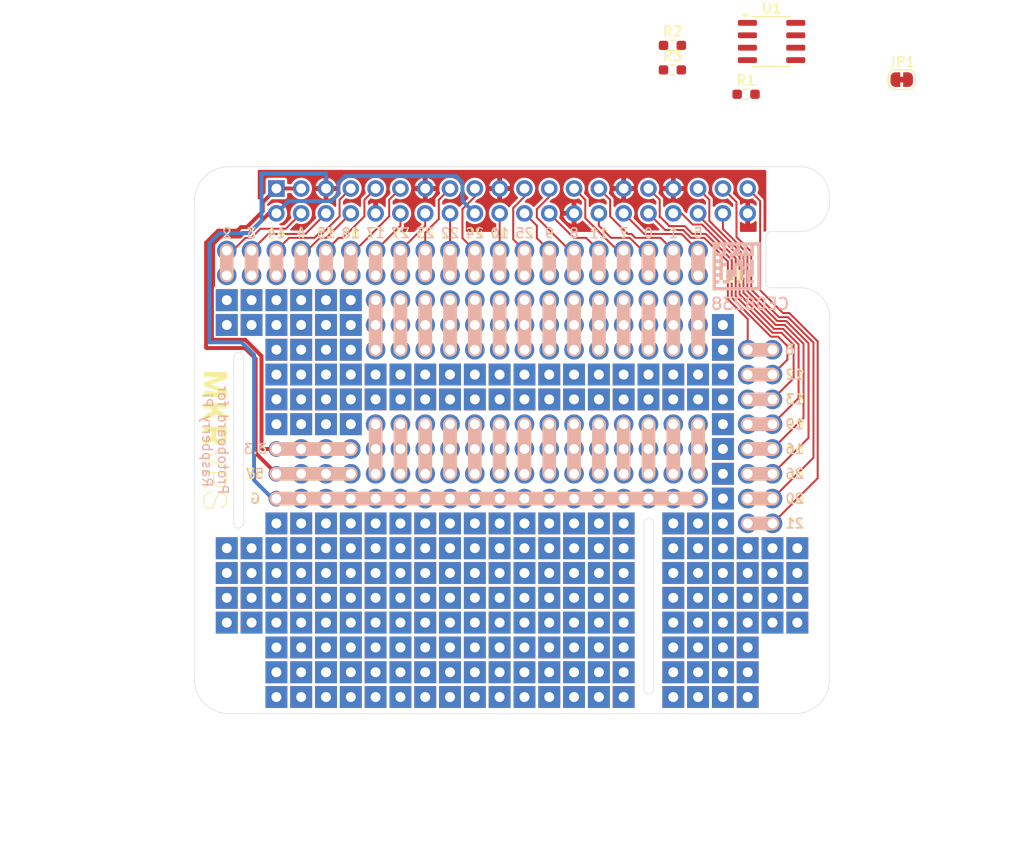
<source format=kicad_pcb>
(kicad_pcb (version 20240108) (generator "pcbnew") (generator_version "8.0")
  (title_block (title "Makerverse Protoboard for Raspberry Pi") (date "2021-12-09") (rev "10") (comment 1 "Designed at Core Electronics by Brenton Schulz") (comment 2 "Makerverse and the makerverse logo are trademarks of Core Electronics Pty Ltd.") (comment 3 "License: CCASAv4.0 https://creativecommons.org/licenses/by-sa/4.0/"))
  (layers (0 "F.Cu" signal) (31 "B.Cu" signal) (34 "B.Paste" user) (35 "F.Paste" user) (36 "B.SilkS" user "B.Silkscreen") (37 "F.SilkS" user "F.Silkscreen") (38 "B.Mask" user) (39 "F.Mask" user) (44 "Edge.Cuts" user))
  (net 0 "")
  (net 1 "GND")
  (net 2 "/GPIO21")
  (net 3 "/GPIO26")
  (net 4 "/GPIO20")
  (net 5 "/GPIO19")
  (net 6 "/GPIO16")
  (net 7 "/GPIO13")
  (net 8 "/GPIO6")
  (net 9 "/GPIO12")
  (net 10 "/GPIO5")
  (net 11 "/EEDATA")
  (net 12 "/EECLK")
  (net 13 "/GPIO7")
  (net 14 "/GPIO11")
  (net 15 "/GPIO8")
  (net 16 "/GPIO9")
  (net 17 "/GPIO25")
  (net 18 "/GPIO10")
  (net 19 "+3V3")
  (net 20 "/GPIO24")
  (net 21 "/GPIO22")
  (net 22 "/GPIO23")
  (net 23 "/GPIO27")
  (net 24 "/GPIO17")
  (net 25 "/GPIO18")
  (net 26 "/GPIO15")
  (net 27 "/GPIO4")
  (net 28 "/GPIO14")
  (net 29 "/GPIO3")
  (net 30 "/GPIO2")
  (net 31 "+5V")
  (net 32 "Net-(JP1-A)")
  (footprint "MountingHole:MountingHole_2.7mm_M2.5" (layer "F.Cu") (at 107.912 93.054)
    (property "Reference" "H1")
    (property "Value" "MountingHole")
  )
  (footprint "MountingHole:MountingHole_2.7mm_M2.5" (layer "F.Cu") (at 165.907 93.054)
    (property "Reference" "H2")
    (property "Value" "MountingHole")
  )
  (footprint "MountingHole:MountingHole_2.7mm_M2.5" (layer "F.Cu") (at 107.912 142.054)
    (property "Reference" "H3")
    (property "Value" "MountingHole")
  )
  (footprint "MountingHole:MountingHole_2.7mm_M2.5" (layer "F.Cu") (at 165.912 142.054)
    (property "Reference" "H4")
    (property "Value" "MountingHole")
  )
  (footprint "lib:2-pin-row" (layer "F.Cu") (at 112.782 100.674 -90)
    (property "Reference" "TP1")
    (property "Value" "TestPoint_Small")
  )
  (footprint "lib:2-pin-row" (layer "F.Cu") (at 117.862 100.674 -90)
    (property "Reference" "TP2")
    (property "Value" "TestPoint_Small")
  )
  (footprint "lib:2-pin-row" (layer "F.Cu") (at 120.402 100.674 -90)
    (property "Reference" "TP3")
    (property "Value" "TestPoint_Small")
  )
  (footprint "lib:2-pin-row" (layer "F.Cu") (at 128.022 100.674 -90)
    (property "Reference" "TP4")
    (property "Value" "TestPoint_Small")
  )
  (footprint "lib:2-pin-row" (layer "F.Cu") (at 133.102 100.674 -90)
    (property "Reference" "TP5")
    (property "Value" "TestPoint_Small")
  )
  (footprint "lib:2-pin-row" (layer "F.Cu") (at 138.182 100.674 -90)
    (property "Reference" "TP6")
    (property "Value" "TestPoint_Small")
  )
  (footprint "lib:2-pin-row" (layer "F.Cu") (at 143.262 100.674 -90)
    (property "Reference" "TP7")
    (property "Value" "TestPoint_Small")
  )
  (footprint "lib:2-pin-row" (layer "F.Cu") (at 148.342 100.674 -90)
    (property "Reference" "TP8")
    (property "Value" "TestPoint_Small")
  )
  (footprint "lib:2-pin-row" (layer "F.Cu") (at 153.422 100.674 -90)
    (property "Reference" "TP9")
    (property "Value" "TestPoint_Small")
  )
  (footprint "lib:2-pin-row" (layer "F.Cu") (at 163.582 110.834)
    (property "Reference" "TP10")
    (property "Value" "TestPoint_Small")
  )
  (footprint "lib:2-pin-row" (layer "F.Cu") (at 163.582 118.454)
    (property "Reference" "TP11")
    (property "Value" "TestPoint_Small")
  )
  (footprint "lib:2-pin-row" (layer "F.Cu") (at 163.582 123.534)
    (property "Reference" "TP12")
    (property "Value" "TestPoint_Small")
  )
  (footprint "lib:2-pin-row" (layer "F.Cu") (at 163.582 126.074)
    (property "Reference" "TP13")
    (property "Value" "TestPoint_Small")
  )
  (footprint "lib:2-pin-row" (layer "F.Cu") (at 107.702 98.134 90)
    (property "Reference" "TP14")
    (property "Value" "TestPoint_Small")
  )
  (footprint "lib:2-pin-row" (layer "F.Cu") (at 110.242 100.674 -90)
    (property "Reference" "TP15")
    (property "Value" "TestPoint_Small")
  )
  (footprint "lib:2-pin-row" (layer "F.Cu") (at 115.322 100.674 -90)
    (property "Reference" "TP16")
    (property "Value" "TestPoint_Small")
  )
  (footprint "lib:2-pin-row" (layer "F.Cu") (at 122.942 100.674 -90)
    (property "Reference" "TP17")
    (property "Value" "TestPoint_Small")
  )
  (footprint "lib:2-pin-row" (layer "F.Cu") (at 125.482 100.674 -90)
    (property "Reference" "TP18")
    (property "Value" "TestPoint_Small")
  )
  (footprint "lib:2-pin-row" (layer "F.Cu") (at 130.562 100.674 -90)
    (property "Reference" "TP19")
    (property "Value" "TestPoint_Small")
  )
  (footprint "lib:2-pin-row" (layer "F.Cu") (at 135.642 100.674 -90)
    (property "Reference" "TP20")
    (property "Value" "TestPoint_Small")
  )
  (footprint "lib:2-pin-row" (layer "F.Cu") (at 140.722 100.674 -90)
    (property "Reference" "TP21")
    (property "Value" "TestPoint_Small")
  )
  (footprint "lib:2-pin-row" (layer "F.Cu") (at 145.802 100.674 -90)
    (property "Reference" "TP22")
    (property "Value" "TestPoint_Small")
  )
  (footprint "lib:2-pin-row" (layer "F.Cu") (at 150.882 100.674 -90)
    (property "Reference" "TP23")
    (property "Value" "TestPoint_Small")
  )
  (footprint "lib:2-pin-row" (layer "F.Cu") (at 155.962 100.674 -90)
    (property "Reference" "TP24")
    (property "Value" "TestPoint_Small")
  )
  (footprint "lib:2-pin-row" (layer "F.Cu") (at 161.042 108.294 180)
    (property "Reference" "TP25")
    (property "Value" "TestPoint_Small")
  )
  (footprint "lib:2-pin-row" (layer "F.Cu") (at 163.582 113.374)
    (property "Reference" "TP26")
    (property "Value" "TestPoint_Small")
  )
  (footprint "lib:2-pin-row" (layer "F.Cu") (at 163.582 115.914)
    (property "Reference" "TP27")
    (property "Value" "TestPoint_Small")
  )
  (footprint "lib:2-pin-row" (layer "F.Cu") (at 163.582 120.994)
    (property "Reference" "TP28")
    (property "Value" "TestPoint_Small")
  )
  (footprint "lib:BusRail-18-Hole" (layer "F.Cu") (at 112.782 123.534 90)
    (property "Reference" "TP30")
    (property "Value" "TestPoint_Small")
  )
  (footprint "lib:4-pin-row" (layer "F.Cu") (at 120.402 118.454)
    (property "Reference" "TP29")
    (property "Value" "TestPoint_Small")
  )
  (footprint "lib:4-pin-row" (layer "F.Cu") (at 120.402 120.994)
    (property "Reference" "TP31")
    (property "Value" "TestPoint_Small")
  )
  (footprint "lib:SquarePad-2.24mm-0.3mm-Back-0.5mm-Front-clearance" (layer "F.Cu") (at 107.702 103.214)
    (property "Reference" "REF**")
    (property "Value" "SquarePad-2.24mm-0.3mm-Back-0.5mm-Front-clearance")
  )
  (footprint "lib:SquarePad-2.24mm-0.3mm-Back-0.5mm-Front-clearance" (layer "F.Cu") (at 107.702 105.754)
    (property "Reference" "REF**")
    (property "Value" "SquarePad-2.24mm-0.3mm-Back-0.5mm-Front-clearance")
  )
  (footprint "lib:SquarePad-2.24mm-0.3mm-Back-0.5mm-Front-clearance" (layer "F.Cu") (at 110.242 103.214)
    (property "Reference" "REF**")
    (property "Value" "SquarePad-2.24mm-0.3mm-Back-0.5mm-Front-clearance")
  )
  (footprint "lib:SquarePad-2.24mm-0.3mm-Back-0.5mm-Front-clearance" (layer "F.Cu") (at 112.782 103.214)
    (property "Reference" "REF**")
    (property "Value" "SquarePad-2.24mm-0.3mm-Back-0.5mm-Front-clearance")
  )
  (footprint "lib:SquarePad-2.24mm-0.3mm-Back-0.5mm-Front-clearance" (layer "F.Cu") (at 115.322 103.214)
    (property "Reference" "REF**")
    (property "Value" "SquarePad-2.24mm-0.3mm-Back-0.5mm-Front-clearance")
  )
  (footprint "lib:SquarePad-2.24mm-0.3mm-Back-0.5mm-Front-clearance" (layer "F.Cu") (at 112.782 131.154)
    (property "Reference" "REF**")
    (property "Value" "SquarePad-2.24mm-0.3mm-Back-0.5mm-Front-clearance")
  )
  (footprint "lib:SquarePad-2.24mm-0.3mm-Back-0.5mm-Front-clearance" (layer "F.Cu") (at 115.322 131.154)
    (property "Reference" "REF**")
    (property "Value" "SquarePad-2.24mm-0.3mm-Back-0.5mm-Front-clearance")
  )
  (footprint "lib:SquarePad-2.24mm-0.3mm-Back-0.5mm-Front-clearance" (layer "F.Cu") (at 117.862 131.154)
    (property "Reference" "REF**")
    (property "Value" "SquarePad-2.24mm-0.3mm-Back-0.5mm-Front-clearance")
  )
  (footprint "lib:SquarePad-2.24mm-0.3mm-Back-0.5mm-Front-clearance" (layer "F.Cu") (at 120.402 131.154)
    (property "Reference" "REF**")
    (property "Value" "SquarePad-2.24mm-0.3mm-Back-0.5mm-Front-clearance")
  )
  (footprint "lib:SquarePad-2.24mm-0.3mm-Back-0.5mm-Front-clearance" (layer "F.Cu") (at 122.942 131.154)
    (property "Reference" "REF**")
    (property "Value" "SquarePad-2.24mm-0.3mm-Back-0.5mm-Front-clearance")
  )
  (footprint "lib:SquarePad-2.24mm-0.3mm-Back-0.5mm-Front-clearance" (layer "F.Cu") (at 125.482 131.154)
    (property "Reference" "REF**")
    (property "Value" "SquarePad-2.24mm-0.3mm-Back-0.5mm-Front-clearance")
  )
  (footprint "lib:SquarePad-2.24mm-0.3mm-Back-0.5mm-Front-clearance" (layer "F.Cu") (at 112.782 126.074)
    (property "Reference" "REF**")
    (property "Value" "SquarePad-2.24mm-0.3mm-Back-0.5mm-Front-clearance")
  )
  (footprint "lib:SquarePad-2.24mm-0.3mm-Back-0.5mm-Front-clearance" (layer "F.Cu") (at 115.322 126.074)
    (property "Reference" "REF**")
    (property "Value" "SquarePad-2.24mm-0.3mm-Back-0.5mm-Front-clearance")
  )
  (footprint "lib:SquarePad-2.24mm-0.3mm-Back-0.5mm-Front-clearance" (layer "F.Cu") (at 117.862 126.074)
    (property "Reference" "REF**")
    (property "Value" "SquarePad-2.24mm-0.3mm-Back-0.5mm-Front-clearance")
  )
  (footprint "lib:SquarePad-2.24mm-0.3mm-Back-0.5mm-Front-clearance" (layer "F.Cu") (at 120.402 126.074)
    (property "Reference" "REF**")
    (property "Value" "SquarePad-2.24mm-0.3mm-Back-0.5mm-Front-clearance")
  )
  (footprint "lib:SquarePad-2.24mm-0.3mm-Back-0.5mm-Front-clearance" (layer "F.Cu") (at 122.942 126.074)
    (property "Reference" "REF**")
    (property "Value" "SquarePad-2.24mm-0.3mm-Back-0.5mm-Front-clearance")
  )
  (footprint "lib:SquarePad-2.24mm-0.3mm-Back-0.5mm-Front-clearance" (layer "F.Cu") (at 125.482 126.074)
    (property "Reference" "REF**")
    (property "Value" "SquarePad-2.24mm-0.3mm-Back-0.5mm-Front-clearance")
  )
  (footprint "lib:SquarePad-2.24mm-0.3mm-Back-0.5mm-Front-clearance" (layer "F.Cu") (at 110.242 105.754)
    (property "Reference" "REF**")
    (property "Value" "SquarePad-2.24mm-0.3mm-Back-0.5mm-Front-clearance")
  )
  (footprint "lib:SquarePad-2.24mm-0.3mm-Back-0.5mm-Front-clearance" (layer "F.Cu") (at 112.782 105.754)
    (property "Reference" "REF**")
    (property "Value" "SquarePad-2.24mm-0.3mm-Back-0.5mm-Front-clearance")
  )
  (footprint "lib:SquarePad-2.24mm-0.3mm-Back-0.5mm-Front-clearance" (layer "F.Cu") (at 115.322 105.754)
    (property "Reference" "REF**")
    (property "Value" "SquarePad-2.24mm-0.3mm-Back-0.5mm-Front-clearance")
  )
  (footprint "lib:SquarePad-2.24mm-0.3mm-Back-0.5mm-Front-clearance" (layer "F.Cu") (at 112.782 133.694)
    (property "Reference" "REF**")
    (property "Value" "SquarePad-2.24mm-0.3mm-Back-0.5mm-Front-clearance")
  )
  (footprint "lib:SquarePad-2.24mm-0.3mm-Back-0.5mm-Front-clearance" (layer "F.Cu") (at 115.322 133.694)
    (property "Reference" "REF**")
    (property "Value" "SquarePad-2.24mm-0.3mm-Back-0.5mm-Front-clearance")
  )
  (footprint "lib:SquarePad-2.24mm-0.3mm-Back-0.5mm-Front-clearance" (layer "F.Cu") (at 117.862 133.694)
    (property "Reference" "REF**")
    (property "Value" "SquarePad-2.24mm-0.3mm-Back-0.5mm-Front-clearance")
  )
  (footprint "lib:SquarePad-2.24mm-0.3mm-Back-0.5mm-Front-clearance" (layer "F.Cu") (at 120.402 133.694)
    (property "Reference" "REF**")
    (property "Value" "SquarePad-2.24mm-0.3mm-Back-0.5mm-Front-clearance")
  )
  (footprint "lib:SquarePad-2.24mm-0.3mm-Back-0.5mm-Front-clearance" (layer "F.Cu") (at 122.942 133.694)
    (property "Reference" "REF**")
    (property "Value" "SquarePad-2.24mm-0.3mm-Back-0.5mm-Front-clearance")
  )
  (footprint "lib:SquarePad-2.24mm-0.3mm-Back-0.5mm-Front-clearance" (layer "F.Cu") (at 125.482 133.694)
    (property "Reference" "REF**")
    (property "Value" "SquarePad-2.24mm-0.3mm-Back-0.5mm-Front-clearance")
  )
  (footprint "lib:SquarePad-2.24mm-0.3mm-Back-0.5mm-Front-clearance" (layer "F.Cu") (at 112.782 128.614)
    (property "Reference" "REF**")
    (property "Value" "SquarePad-2.24mm-0.3mm-Back-0.5mm-Front-clearance")
  )
  (footprint "lib:SquarePad-2.24mm-0.3mm-Back-0.5mm-Front-clearance" (layer "F.Cu") (at 115.322 128.614)
    (property "Reference" "REF**")
    (property "Value" "SquarePad-2.24mm-0.3mm-Back-0.5mm-Front-clearance")
  )
  (footprint "lib:SquarePad-2.24mm-0.3mm-Back-0.5mm-Front-clearance" (layer "F.Cu") (at 117.862 128.614)
    (property "Reference" "REF**")
    (property "Value" "SquarePad-2.24mm-0.3mm-Back-0.5mm-Front-clearance")
  )
  (footprint "lib:SquarePad-2.24mm-0.3mm-Back-0.5mm-Front-clearance" (layer "F.Cu") (at 120.402 128.614)
    (property "Reference" "REF**")
    (property "Value" "SquarePad-2.24mm-0.3mm-Back-0.5mm-Front-clearance")
  )
  (footprint "lib:SquarePad-2.24mm-0.3mm-Back-0.5mm-Front-clearance" (layer "F.Cu") (at 122.942 128.614)
    (property "Reference" "REF**")
    (property "Value" "SquarePad-2.24mm-0.3mm-Back-0.5mm-Front-clearance")
  )
  (footprint "lib:SquarePad-2.24mm-0.3mm-Back-0.5mm-Front-clearance" (layer "F.Cu") (at 125.482 128.614)
    (property "Reference" "REF**")
    (property "Value" "SquarePad-2.24mm-0.3mm-Back-0.5mm-Front-clearance")
  )
  (footprint "lib:SquarePad-2.24mm-0.3mm-Back-0.5mm-Front-clearance" (layer "F.Cu") (at 112.782 108.294)
    (property "Reference" "REF**")
    (property "Value" "SquarePad-2.24mm-0.3mm-Back-0.5mm-Front-clearance")
  )
  (footprint "lib:SquarePad-2.24mm-0.3mm-Back-0.5mm-Front-clearance" (layer "F.Cu") (at 112.782 110.834)
    (property "Reference" "REF**")
    (property "Value" "SquarePad-2.24mm-0.3mm-Back-0.5mm-Front-clearance")
  )
  (footprint "lib:SquarePad-2.24mm-0.3mm-Back-0.5mm-Front-clearance" (layer "F.Cu") (at 112.782 113.374)
    (property "Reference" "REF**")
    (property "Value" "SquarePad-2.24mm-0.3mm-Back-0.5mm-Front-clearance")
  )
  (footprint "lib:3-pin-row" (layer "F.Cu") (at 122.942 108.294 -90)
    (property "Reference" "REF**")
    (property "Value" "3-pin-row")
  )
  (footprint "lib:3-pin-row" (layer "F.Cu") (at 122.942 115.914 90)
    (property "Reference" "REF**")
    (property "Value" "3-pin-row")
  )
  (footprint "lib:SquarePad-2.24mm-0.3mm-Back-0.5mm-Front-clearance" (layer "F.Cu") (at 122.942 110.834)
    (property "Reference" "REF**")
    (property "Value" "SquarePad-2.24mm-0.3mm-Back-0.5mm-Front-clearance")
  )
  (footprint "lib:SquarePad-2.24mm-0.3mm-Back-0.5mm-Front-clearance" (layer "F.Cu") (at 122.942 113.374)
    (property "Reference" "REF**")
    (property "Value" "SquarePad-2.24mm-0.3mm-Back-0.5mm-Front-clearance")
  )
  (footprint "lib:3-pin-row" (layer "F.Cu") (at 125.482 115.914 90)
    (property "Reference" "REF**")
    (property "Value" "3-pin-row")
  )
  (footprint "lib:3-pin-row" (layer "F.Cu") (at 128.022 115.914 90)
    (property "Reference" "REF**")
    (property "Value" "3-pin-row")
  )
  (footprint "lib:3-pin-row" (layer "F.Cu") (at 130.562 115.914 90)
    (property "Reference" "REF**")
    (property "Value" "3-pin-row")
  )
  (footprint "lib:3-pin-row" (layer "F.Cu") (at 133.102 115.914 90)
    (property "Reference" "REF**")
    (property "Value" "3-pin-row")
  )
  (footprint "lib:3-pin-row" (layer "F.Cu") (at 135.642 115.914 90)
    (property "Reference" "REF**")
    (property "Value" "3-pin-row")
  )
  (footprint "lib:3-pin-row" (layer "F.Cu") (at 138.182 115.914 90)
    (property "Reference" "REF**")
    (property "Value" "3-pin-row")
  )
  (footprint "lib:3-pin-row" (layer "F.Cu") (at 140.722 115.914 90)
    (property "Reference" "REF**")
    (property "Value" "3-pin-row")
  )
  (footprint "lib:3-pin-row" (layer "F.Cu") (at 143.262 115.914 90)
    (property "Reference" "REF**")
    (property "Value" "3-pin-row")
  )
  (footprint "lib:3-pin-row" (layer "F.Cu") (at 145.802 115.914 90)
    (property "Reference" "REF**")
    (property "Value" "3-pin-row")
  )
  (footprint "lib:3-pin-row" (layer "F.Cu") (at 148.342 115.914 90)
    (property "Reference" "REF**")
    (property "Value" "3-pin-row")
  )
  (footprint "lib:3-pin-row" (layer "F.Cu") (at 150.882 115.914 90)
    (property "Reference" "REF**")
    (property "Value" "3-pin-row")
  )
  (footprint "lib:3-pin-row" (layer "F.Cu") (at 153.422 115.914 90)
    (property "Reference" "REF**")
    (property "Value" "3-pin-row")
  )
  (footprint "lib:SquarePad-2.24mm-0.3mm-Back-0.5mm-Front-clearance" (layer "F.Cu") (at 125.482 110.834)
    (property "Reference" "REF**")
    (property "Value" "SquarePad-2.24mm-0.3mm-Back-0.5mm-Front-clearance")
  )
  (footprint "lib:SquarePad-2.24mm-0.3mm-Back-0.5mm-Front-clearance" (layer "F.Cu") (at 128.022 110.834)
    (property "Reference" "REF**")
    (property "Value" "SquarePad-2.24mm-0.3mm-Back-0.5mm-Front-clearance")
  )
  (footprint "lib:SquarePad-2.24mm-0.3mm-Back-0.5mm-Front-clearance" (layer "F.Cu") (at 130.562 110.834)
    (property "Reference" "REF**")
    (property "Value" "SquarePad-2.24mm-0.3mm-Back-0.5mm-Front-clearance")
  )
  (footprint "lib:SquarePad-2.24mm-0.3mm-Back-0.5mm-Front-clearance" (layer "F.Cu") (at 133.102 110.834)
    (property "Reference" "REF**")
    (property "Value" "SquarePad-2.24mm-0.3mm-Back-0.5mm-Front-clearance")
  )
  (footprint "lib:SquarePad-2.24mm-0.3mm-Back-0.5mm-Front-clearance" (layer "F.Cu") (at 135.642 110.834)
    (property "Reference" "REF**")
    (property "Value" "SquarePad-2.24mm-0.3mm-Back-0.5mm-Front-clearance")
  )
  (footprint "lib:SquarePad-2.24mm-0.3mm-Back-0.5mm-Front-clearance" (layer "F.Cu") (at 138.182 110.834)
    (property "Reference" "REF**")
    (property "Value" "SquarePad-2.24mm-0.3mm-Back-0.5mm-Front-clearance")
  )
  (footprint "lib:SquarePad-2.24mm-0.3mm-Back-0.5mm-Front-clearance" (layer "F.Cu") (at 140.722 110.834)
    (property "Reference" "REF**")
    (property "Value" "SquarePad-2.24mm-0.3mm-Back-0.5mm-Front-clearance")
  )
  (footprint "lib:SquarePad-2.24mm-0.3mm-Back-0.5mm-Front-clearance" (layer "F.Cu") (at 143.262 110.834)
    (property "Reference" "REF**")
    (property "Value" "SquarePad-2.24mm-0.3mm-Back-0.5mm-Front-clearance")
  )
  (footprint "lib:SquarePad-2.24mm-0.3mm-Back-0.5mm-Front-clearance" (layer "F.Cu") (at 145.802 110.834)
    (property "Reference" "REF**")
    (property "Value" "SquarePad-2.24mm-0.3mm-Back-0.5mm-Front-clearance")
  )
  (footprint "lib:SquarePad-2.24mm-0.3mm-Back-0.5mm-Front-clearance" (layer "F.Cu") (at 148.342 110.834)
    (property "Reference" "REF**")
    (property "Value" "SquarePad-2.24mm-0.3mm-Back-0.5mm-Front-clearance")
  )
  (footprint "lib:SquarePad-2.24mm-0.3mm-Back-0.5mm-Front-clearance" (layer "F.Cu") (at 150.882 110.834)
    (property "Reference" "REF**")
    (property "Value" "SquarePad-2.24mm-0.3mm-Back-0.5mm-Front-clearance")
  )
  (footprint "lib:SquarePad-2.24mm-0.3mm-Back-0.5mm-Front-clearance" (layer "F.Cu") (at 153.422 110.834)
    (property "Reference" "REF**")
    (property "Value" "SquarePad-2.24mm-0.3mm-Back-0.5mm-Front-clearance")
  )
  (footprint "lib:SquarePad-2.24mm-0.3mm-Back-0.5mm-Front-clearance" (layer "F.Cu") (at 125.482 113.374)
    (property "Reference" "REF**")
    (property "Value" "SquarePad-2.24mm-0.3mm-Back-0.5mm-Front-clearance")
  )
  (footprint "lib:SquarePad-2.24mm-0.3mm-Back-0.5mm-Front-clearance" (layer "F.Cu") (at 128.022 113.374)
    (property "Reference" "REF**")
    (property "Value" "SquarePad-2.24mm-0.3mm-Back-0.5mm-Front-clearance")
  )
  (footprint "lib:SquarePad-2.24mm-0.3mm-Back-0.5mm-Front-clearance" (layer "F.Cu") (at 130.562 113.374)
    (property "Reference" "REF**")
    (property "Value" "SquarePad-2.24mm-0.3mm-Back-0.5mm-Front-clearance")
  )
  (footprint "lib:SquarePad-2.24mm-0.3mm-Back-0.5mm-Front-clearance" (layer "F.Cu") (at 133.102 113.374)
    (property "Reference" "REF**")
    (property "Value" "SquarePad-2.24mm-0.3mm-Back-0.5mm-Front-clearance")
  )
  (footprint "lib:SquarePad-2.24mm-0.3mm-Back-0.5mm-Front-clearance" (layer "F.Cu") (at 135.642 113.374)
    (property "Reference" "REF**")
    (property "Value" "SquarePad-2.24mm-0.3mm-Back-0.5mm-Front-clearance")
  )
  (footprint "lib:SquarePad-2.24mm-0.3mm-Back-0.5mm-Front-clearance" (layer "F.Cu") (at 138.182 113.374)
    (property "Reference" "REF**")
    (property "Value" "SquarePad-2.24mm-0.3mm-Back-0.5mm-Front-clearance")
  )
  (footprint "lib:SquarePad-2.24mm-0.3mm-Back-0.5mm-Front-clearance" (layer "F.Cu") (at 140.722 113.374)
    (property "Reference" "REF**")
    (property "Value" "SquarePad-2.24mm-0.3mm-Back-0.5mm-Front-clearance")
  )
  (footprint "lib:SquarePad-2.24mm-0.3mm-Back-0.5mm-Front-clearance" (layer "F.Cu") (at 143.262 113.374)
    (property "Reference" "REF**")
    (property "Value" "SquarePad-2.24mm-0.3mm-Back-0.5mm-Front-clearance")
  )
  (footprint "lib:SquarePad-2.24mm-0.3mm-Back-0.5mm-Front-clearance" (layer "F.Cu") (at 145.802 113.374)
    (property "Reference" "REF**")
    (property "Value" "SquarePad-2.24mm-0.3mm-Back-0.5mm-Front-clearance")
  )
  (footprint "lib:SquarePad-2.24mm-0.3mm-Back-0.5mm-Front-clearance" (layer "F.Cu") (at 148.342 113.374)
    (property "Reference" "REF**")
    (property "Value" "SquarePad-2.24mm-0.3mm-Back-0.5mm-Front-clearance")
  )
  (footprint "lib:SquarePad-2.24mm-0.3mm-Back-0.5mm-Front-clearance" (layer "F.Cu") (at 150.882 113.374)
    (property "Reference" "REF**")
    (property "Value" "SquarePad-2.24mm-0.3mm-Back-0.5mm-Front-clearance")
  )
  (footprint "lib:SquarePad-2.24mm-0.3mm-Back-0.5mm-Front-clearance" (layer "F.Cu") (at 153.422 113.374)
    (property "Reference" "REF**")
    (property "Value" "SquarePad-2.24mm-0.3mm-Back-0.5mm-Front-clearance")
  )
  (footprint "lib:3-pin-row" (layer "F.Cu") (at 125.482 108.294 -90)
    (property "Reference" "REF**")
    (property "Value" "3-pin-row")
  )
  (footprint "lib:3-pin-row" (layer "F.Cu") (at 128.022 108.294 -90)
    (property "Reference" "REF**")
    (property "Value" "3-pin-row")
  )
  (footprint "lib:3-pin-row" (layer "F.Cu") (at 130.562 108.294 -90)
    (property "Reference" "REF**")
    (property "Value" "3-pin-row")
  )
  (footprint "lib:3-pin-row" (layer "F.Cu") (at 133.102 108.294 -90)
    (property "Reference" "REF**")
    (property "Value" "3-pin-row")
  )
  (footprint "lib:3-pin-row" (layer "F.Cu") (at 135.642 108.294 -90)
    (property "Reference" "REF**")
    (property "Value" "3-pin-row")
  )
  (footprint "lib:3-pin-row" (layer "F.Cu") (at 138.182 108.294 -90)
    (property "Reference" "REF**")
    (property "Value" "3-pin-row")
  )
  (footprint "lib:3-pin-row" (layer "F.Cu") (at 140.722 108.294 -90)
    (property "Reference" "REF**")
    (property "Value" "3-pin-row")
  )
  (footprint "lib:3-pin-row" (layer "F.Cu") (at 143.262 108.294 -90)
    (property "Reference" "REF**")
    (property "Value" "3-pin-row")
  )
  (footprint "lib:3-pin-row" (layer "F.Cu") (at 145.802 108.294 -90)
    (property "Reference" "REF**")
    (property "Value" "3-pin-row")
  )
  (footprint "lib:3-pin-row" (layer "F.Cu") (at 148.342 108.294 -90)
    (property "Reference" "REF**")
    (property "Value" "3-pin-row")
  )
  (footprint "lib:3-pin-row" (layer "F.Cu") (at 150.882 108.294 -90)
    (property "Reference" "REF**")
    (property "Value" "3-pin-row")
  )
  (footprint "lib:3-pin-row" (layer "F.Cu") (at 153.422 108.294 -90)
    (property "Reference" "REF**")
    (property "Value" "3-pin-row")
  )
  (footprint "lib:SquarePad-2.24mm-0.3mm-Back-0.5mm-Front-clearance" (layer "F.Cu") (at 155.962 113.374)
    (property "Reference" "REF**")
    (property "Value" "SquarePad-2.24mm-0.3mm-Back-0.5mm-Front-clearance")
  )
  (footprint "lib:3-pin-row" (layer "F.Cu") (at 155.962 115.914 90)
    (property "Reference" "REF**")
    (property "Value" "3-pin-row")
  )
  (footprint "lib:SquarePad-2.24mm-0.3mm-Back-0.5mm-Front-clearance" (layer "F.Cu") (at 155.962 110.834)
    (property "Reference" "REF**")
    (property "Value" "SquarePad-2.24mm-0.3mm-Back-0.5mm-Front-clearance")
  )
  (footprint "lib:3-pin-row" (layer "F.Cu") (at 155.962 108.294 -90)
    (property "Reference" "REF**")
    (property "Value" "3-pin-row")
  )
  (footprint "lib:SquarePad-2.24mm-0.3mm-Back-0.5mm-Front-clearance" (layer "F.Cu") (at 117.862 105.754)
    (property "Reference" "REF**")
    (property "Value" "SquarePad-2.24mm-0.3mm-Back-0.5mm-Front-clearance")
  )
  (footprint "lib:SquarePad-2.24mm-0.3mm-Back-0.5mm-Front-clearance" (layer "F.Cu") (at 117.862 103.214)
    (property "Reference" "REF**")
    (property "Value" "SquarePad-2.24mm-0.3mm-Back-0.5mm-Front-clearance")
  )
  (footprint "lib:SquarePad-2.24mm-0.3mm-Back-0.5mm-Front-clearance" (layer "F.Cu") (at 117.862 108.294)
    (property "Reference" "REF**")
    (property "Value" "SquarePad-2.24mm-0.3mm-Back-0.5mm-Front-clearance")
  )
  (footprint "lib:SquarePad-2.24mm-0.3mm-Back-0.5mm-Front-clearance" (layer "F.Cu") (at 120.402 108.294)
    (property "Reference" "REF**")
    (property "Value" "SquarePad-2.24mm-0.3mm-Back-0.5mm-Front-clearance")
  )
  (footprint "lib:SquarePad-2.24mm-0.3mm-Back-0.5mm-Front-clearance" (layer "F.Cu") (at 120.402 105.754)
    (property "Reference" "REF**")
    (property "Value" "SquarePad-2.24mm-0.3mm-Back-0.5mm-Front-clearance")
  )
  (footprint "lib:SquarePad-2.24mm-0.3mm-Back-0.5mm-Front-clearance" (layer "F.Cu") (at 120.402 103.214)
    (property "Reference" "REF**")
    (property "Value" "SquarePad-2.24mm-0.3mm-Back-0.5mm-Front-clearance")
  )
  (footprint "lib:SquarePad-2.24mm-0.3mm-Back-0.5mm-Front-clearance" (layer "F.Cu") (at 120.402 113.374)
    (property "Reference" "REF**")
    (property "Value" "SquarePad-2.24mm-0.3mm-Back-0.5mm-Front-clearance")
  )
  (footprint "lib:SquarePad-2.24mm-0.3mm-Back-0.5mm-Front-clearance" (layer "F.Cu") (at 117.862 115.914)
    (property "Reference" "REF**")
    (property "Value" "SquarePad-2.24mm-0.3mm-Back-0.5mm-Front-clearance")
  )
  (footprint "lib:SquarePad-2.24mm-0.3mm-Back-0.5mm-Front-clearance" (layer "F.Cu") (at 117.862 113.374)
    (property "Reference" "REF**")
    (property "Value" "SquarePad-2.24mm-0.3mm-Back-0.5mm-Front-clearance")
  )
  (footprint "lib:SquarePad-2.24mm-0.3mm-Back-0.5mm-Front-clearance" (layer "F.Cu") (at 120.402 110.834)
    (property "Reference" "REF**")
    (property "Value" "SquarePad-2.24mm-0.3mm-Back-0.5mm-Front-clearance")
  )
  (footprint "lib:SquarePad-2.24mm-0.3mm-Back-0.5mm-Front-clearance" (layer "F.Cu") (at 117.862 110.834)
    (property "Reference" "REF**")
    (property "Value" "SquarePad-2.24mm-0.3mm-Back-0.5mm-Front-clearance")
  )
  (footprint "lib:SquarePad-2.24mm-0.3mm-Back-0.5mm-Front-clearance" (layer "F.Cu") (at 120.402 115.914)
    (property "Reference" "REF**")
    (property "Value" "SquarePad-2.24mm-0.3mm-Back-0.5mm-Front-clearance")
  )
  (footprint "lib:SquarePad-2.24mm-0.3mm-Back-0.5mm-Front-clearance" (layer "F.Cu") (at 115.322 110.834)
    (property "Reference" "REF**")
    (property "Value" "SquarePad-2.24mm-0.3mm-Back-0.5mm-Front-clearance")
  )
  (footprint "lib:SquarePad-2.24mm-0.3mm-Back-0.5mm-Front-clearance" (layer "F.Cu") (at 115.322 108.294)
    (property "Reference" "REF**")
    (property "Value" "SquarePad-2.24mm-0.3mm-Back-0.5mm-Front-clearance")
  )
  (footprint "lib:SquarePad-2.24mm-0.3mm-Back-0.5mm-Front-clearance" (layer "F.Cu") (at 115.322 113.374)
    (property "Reference" "REF**")
    (property "Value" "SquarePad-2.24mm-0.3mm-Back-0.5mm-Front-clearance")
  )
  (footprint "lib:SquarePad-2.24mm-0.3mm-Back-0.5mm-Front-clearance" (layer "F.Cu") (at 112.782 115.914)
    (property "Reference" "REF**")
    (property "Value" "SquarePad-2.24mm-0.3mm-Back-0.5mm-Front-clearance")
  )
  (footprint "lib:SquarePad-2.24mm-0.3mm-Back-0.5mm-Front-clearance" (layer "F.Cu") (at 115.322 115.914)
    (property "Reference" "REF**")
    (property "Value" "SquarePad-2.24mm-0.3mm-Back-0.5mm-Front-clearance")
  )
  (footprint "lib:SquarePad-2.24mm-0.3mm-Back-0.5mm-Front-clearance" (layer "F.Cu") (at 117.862 136.234)
    (property "Reference" "REF**")
    (property "Value" "SquarePad-2.24mm-0.3mm-Back-0.5mm-Front-clearance")
  )
  (footprint "lib:SquarePad-2.24mm-0.3mm-Back-0.5mm-Front-clearance" (layer "F.Cu") (at 117.862 141.314)
    (property "Reference" "REF**")
    (property "Value" "SquarePad-2.24mm-0.3mm-Back-0.5mm-Front-clearance")
  )
  (footprint "lib:SquarePad-2.24mm-0.3mm-Back-0.5mm-Front-clearance" (layer "F.Cu") (at 112.782 136.234)
    (property "Reference" "REF**")
    (property "Value" "SquarePad-2.24mm-0.3mm-Back-0.5mm-Front-clearance")
  )
  (footprint "lib:SquarePad-2.24mm-0.3mm-Back-0.5mm-Front-clearance" (layer "F.Cu") (at 115.322 136.234)
    (property "Reference" "REF**")
    (property "Value" "SquarePad-2.24mm-0.3mm-Back-0.5mm-Front-clearance")
  )
  (footprint "lib:SquarePad-2.24mm-0.3mm-Back-0.5mm-Front-clearance" (layer "F.Cu") (at 117.862 138.774)
    (property "Reference" "REF**")
    (property "Value" "SquarePad-2.24mm-0.3mm-Back-0.5mm-Front-clearance")
  )
  (footprint "lib:SquarePad-2.24mm-0.3mm-Back-0.5mm-Front-clearance" (layer "F.Cu") (at 122.942 138.774)
    (property "Reference" "REF**")
    (property "Value" "SquarePad-2.24mm-0.3mm-Back-0.5mm-Front-clearance")
  )
  (footprint "lib:SquarePad-2.24mm-0.3mm-Back-0.5mm-Front-clearance" (layer "F.Cu") (at 125.482 143.854)
    (property "Reference" "REF**")
    (property "Value" "SquarePad-2.24mm-0.3mm-Back-0.5mm-Front-clearance")
  )
  (footprint "lib:SquarePad-2.24mm-0.3mm-Back-0.5mm-Front-clearance" (layer "F.Cu") (at 112.782 141.314)
    (property "Reference" "REF**")
    (property "Value" "SquarePad-2.24mm-0.3mm-Back-0.5mm-Front-clearance")
  )
  (footprint "lib:SquarePad-2.24mm-0.3mm-Back-0.5mm-Front-clearance" (layer "F.Cu") (at 125.482 141.314)
    (property "Reference" "REF**")
    (property "Value" "SquarePad-2.24mm-0.3mm-Back-0.5mm-Front-clearance")
  )
  (footprint "lib:SquarePad-2.24mm-0.3mm-Back-0.5mm-Front-clearance" (layer "F.Cu") (at 125.482 136.234)
    (property "Reference" "REF**")
    (property "Value" "SquarePad-2.24mm-0.3mm-Back-0.5mm-Front-clearance")
  )
  (footprint "lib:SquarePad-2.24mm-0.3mm-Back-0.5mm-Front-clearance" (layer "F.Cu") (at 122.942 141.314)
    (property "Reference" "REF**")
    (property "Value" "SquarePad-2.24mm-0.3mm-Back-0.5mm-Front-clearance")
  )
  (footprint "lib:SquarePad-2.24mm-0.3mm-Back-0.5mm-Front-clearance" (layer "F.Cu") (at 115.322 143.854)
    (property "Reference" "REF**")
    (property "Value" "SquarePad-2.24mm-0.3mm-Back-0.5mm-Front-clearance")
  )
  (footprint "lib:SquarePad-2.24mm-0.3mm-Back-0.5mm-Front-clearance" (layer "F.Cu") (at 115.322 141.314)
    (property "Reference" "REF**")
    (property "Value" "SquarePad-2.24mm-0.3mm-Back-0.5mm-Front-clearance")
  )
  (footprint "lib:SquarePad-2.24mm-0.3mm-Back-0.5mm-Front-clearance" (layer "F.Cu") (at 125.482 138.774)
    (property "Reference" "REF**")
    (property "Value" "SquarePad-2.24mm-0.3mm-Back-0.5mm-Front-clearance")
  )
  (footprint "lib:SquarePad-2.24mm-0.3mm-Back-0.5mm-Front-clearance" (layer "F.Cu") (at 117.862 143.854)
    (property "Reference" "REF**")
    (property "Value" "SquarePad-2.24mm-0.3mm-Back-0.5mm-Front-clearance")
  )
  (footprint "lib:SquarePad-2.24mm-0.3mm-Back-0.5mm-Front-clearance" (layer "F.Cu") (at 120.402 141.314)
    (property "Reference" "REF**")
    (property "Value" "SquarePad-2.24mm-0.3mm-Back-0.5mm-Front-clearance")
  )
  (footprint "lib:SquarePad-2.24mm-0.3mm-Back-0.5mm-Front-clearance" (layer "F.Cu") (at 122.942 143.854)
    (property "Reference" "REF**")
    (property "Value" "SquarePad-2.24mm-0.3mm-Back-0.5mm-Front-clearance")
  )
  (footprint "lib:SquarePad-2.24mm-0.3mm-Back-0.5mm-Front-clearance" (layer "F.Cu") (at 112.782 138.774)
    (property "Reference" "REF**")
    (property "Value" "SquarePad-2.24mm-0.3mm-Back-0.5mm-Front-clearance")
  )
  (footprint "lib:SquarePad-2.24mm-0.3mm-Back-0.5mm-Front-clearance" (layer "F.Cu") (at 122.942 136.234)
    (property "Reference" "REF**")
    (property "Value" "SquarePad-2.24mm-0.3mm-Back-0.5mm-Front-clearance")
  )
  (footprint "lib:SquarePad-2.24mm-0.3mm-Back-0.5mm-Front-clearance" (layer "F.Cu") (at 120.402 136.234)
    (property "Reference" "REF**")
    (property "Value" "SquarePad-2.24mm-0.3mm-Back-0.5mm-Front-clearance")
  )
  (footprint "lib:SquarePad-2.24mm-0.3mm-Back-0.5mm-Front-clearance" (layer "F.Cu") (at 120.402 143.854)
    (property "Reference" "REF**")
    (property "Value" "SquarePad-2.24mm-0.3mm-Back-0.5mm-Front-clearance")
  )
  (footprint "lib:SquarePad-2.24mm-0.3mm-Back-0.5mm-Front-clearance" (layer "F.Cu") (at 112.782 143.854)
    (property "Reference" "REF**")
    (property "Value" "SquarePad-2.24mm-0.3mm-Back-0.5mm-Front-clearance")
  )
  (footprint "lib:SquarePad-2.24mm-0.3mm-Back-0.5mm-Front-clearance" (layer "F.Cu") (at 115.322 138.774)
    (property "Reference" "REF**")
    (property "Value" "SquarePad-2.24mm-0.3mm-Back-0.5mm-Front-clearance")
  )
  (footprint "lib:SquarePad-2.24mm-0.3mm-Back-0.5mm-Front-clearance" (layer "F.Cu") (at 120.402 138.774)
    (property "Reference" "REF**")
    (property "Value" "SquarePad-2.24mm-0.3mm-Back-0.5mm-Front-clearance")
  )
  (footprint "lib:SquarePad-2.24mm-0.3mm-Back-0.5mm-Front-clearance" (layer "F.Cu") (at 133.102 126.074)
    (property "Reference" "REF**")
    (property "Value" "SquarePad-2.24mm-0.3mm-Back-0.5mm-Front-clearance")
  )
  (footprint "lib:SquarePad-2.24mm-0.3mm-Back-0.5mm-Front-clearance" (layer "F.Cu") (at 133.102 131.154)
    (property "Reference" "REF**")
    (property "Value" "SquarePad-2.24mm-0.3mm-Back-0.5mm-Front-clearance")
  )
  (footprint "lib:SquarePad-2.24mm-0.3mm-Back-0.5mm-Front-clearance" (layer "F.Cu") (at 128.022 126.074)
    (property "Reference" "REF**")
    (property "Value" "SquarePad-2.24mm-0.3mm-Back-0.5mm-Front-clearance")
  )
  (footprint "lib:SquarePad-2.24mm-0.3mm-Back-0.5mm-Front-clearance" (layer "F.Cu") (at 130.562 126.074)
    (property "Reference" "REF**")
    (property "Value" "SquarePad-2.24mm-0.3mm-Back-0.5mm-Front-clearance")
  )
  (footprint "lib:SquarePad-2.24mm-0.3mm-Back-0.5mm-Front-clearance" (layer "F.Cu") (at 133.102 128.614)
    (property "Reference" "REF**")
    (property "Value" "SquarePad-2.24mm-0.3mm-Back-0.5mm-Front-clearance")
  )
  (footprint "lib:SquarePad-2.24mm-0.3mm-Back-0.5mm-Front-clearance" (layer "F.Cu") (at 138.182 128.614)
    (property "Reference" "REF**")
    (property "Value" "SquarePad-2.24mm-0.3mm-Back-0.5mm-Front-clearance")
  )
  (footprint "lib:SquarePad-2.24mm-0.3mm-Back-0.5mm-Front-clearance" (layer "F.Cu") (at 140.722 133.694)
    (property "Reference" "REF**")
    (property "Value" "SquarePad-2.24mm-0.3mm-Back-0.5mm-Front-clearance")
  )
  (footprint "lib:SquarePad-2.24mm-0.3mm-Back-0.5mm-Front-clearance" (layer "F.Cu") (at 128.022 131.154)
    (property "Reference" "REF**")
    (property "Value" "SquarePad-2.24mm-0.3mm-Back-0.5mm-Front-clearance")
  )
  (footprint "lib:SquarePad-2.24mm-0.3mm-Back-0.5mm-Front-clearance" (layer "F.Cu") (at 140.722 131.154)
    (property "Reference" "REF**")
    (property "Value" "SquarePad-2.24mm-0.3mm-Back-0.5mm-Front-clearance")
  )
  (footprint "lib:SquarePad-2.24mm-0.3mm-Back-0.5mm-Front-clearance" (layer "F.Cu") (at 140.722 126.074)
    (property "Reference" "REF**")
    (property "Value" "SquarePad-2.24mm-0.3mm-Back-0.5mm-Front-clearance")
  )
  (footprint "lib:SquarePad-2.24mm-0.3mm-Back-0.5mm-Front-clearance" (layer "F.Cu") (at 138.182 131.154)
    (property "Reference" "REF**")
    (property "Value" "SquarePad-2.24mm-0.3mm-Back-0.5mm-Front-clearance")
  )
  (footprint "lib:SquarePad-2.24mm-0.3mm-Back-0.5mm-Front-clearance" (layer "F.Cu") (at 130.562 133.694)
    (property "Reference" "REF**")
    (property "Value" "SquarePad-2.24mm-0.3mm-Back-0.5mm-Front-clearance")
  )
  (footprint "lib:SquarePad-2.24mm-0.3mm-Back-0.5mm-Front-clearance" (layer "F.Cu") (at 130.562 131.154)
    (property "Reference" "REF**")
    (property "Value" "SquarePad-2.24mm-0.3mm-Back-0.5mm-Front-clearance")
  )
  (footprint "lib:SquarePad-2.24mm-0.3mm-Back-0.5mm-Front-clearance" (layer "F.Cu") (at 140.722 128.614)
    (property "Reference" "REF**")
    (property "Value" "SquarePad-2.24mm-0.3mm-Back-0.5mm-Front-clearance")
  )
  (footprint "lib:SquarePad-2.24mm-0.3mm-Back-0.5mm-Front-clearance" (layer "F.Cu") (at 133.102 133.694)
    (property "Reference" "REF**")
    (property "Value" "SquarePad-2.24mm-0.3mm-Back-0.5mm-Front-clearance")
  )
  (footprint "lib:SquarePad-2.24mm-0.3mm-Back-0.5mm-Front-clearance" (layer "F.Cu") (at 135.642 131.154)
    (property "Reference" "REF**")
    (property "Value" "SquarePad-2.24mm-0.3mm-Back-0.5mm-Front-clearance")
  )
  (footprint "lib:SquarePad-2.24mm-0.3mm-Back-0.5mm-Front-clearance" (layer "F.Cu") (at 138.182 133.694)
    (property "Reference" "REF**")
    (property "Value" "SquarePad-2.24mm-0.3mm-Back-0.5mm-Front-clearance")
  )
  (footprint "lib:SquarePad-2.24mm-0.3mm-Back-0.5mm-Front-clearance" (layer "F.Cu") (at 128.022 128.614)
    (property "Reference" "REF**")
    (property "Value" "SquarePad-2.24mm-0.3mm-Back-0.5mm-Front-clearance")
  )
  (footprint "lib:SquarePad-2.24mm-0.3mm-Back-0.5mm-Front-clearance" (layer "F.Cu") (at 138.182 126.074)
    (property "Reference" "REF**")
    (property "Value" "SquarePad-2.24mm-0.3mm-Back-0.5mm-Front-clearance")
  )
  (footprint "lib:SquarePad-2.24mm-0.3mm-Back-0.5mm-Front-clearance" (layer "F.Cu") (at 135.642 126.074)
    (property "Reference" "REF**")
    (property "Value" "SquarePad-2.24mm-0.3mm-Back-0.5mm-Front-clearance")
  )
  (footprint "lib:SquarePad-2.24mm-0.3mm-Back-0.5mm-Front-clearance" (layer "F.Cu") (at 135.642 133.694)
    (property "Reference" "REF**")
    (property "Value" "SquarePad-2.24mm-0.3mm-Back-0.5mm-Front-clearance")
  )
  (footprint "lib:SquarePad-2.24mm-0.3mm-Back-0.5mm-Front-clearance" (layer "F.Cu") (at 128.022 133.694)
    (property "Reference" "REF**")
    (property "Value" "SquarePad-2.24mm-0.3mm-Back-0.5mm-Front-clearance")
  )
  (footprint "lib:SquarePad-2.24mm-0.3mm-Back-0.5mm-Front-clearance" (layer "F.Cu") (at 130.562 128.614)
    (property "Reference" "REF**")
    (property "Value" "SquarePad-2.24mm-0.3mm-Back-0.5mm-Front-clearance")
  )
  (footprint "lib:SquarePad-2.24mm-0.3mm-Back-0.5mm-Front-clearance" (layer "F.Cu") (at 135.642 128.614)
    (property "Reference" "REF**")
    (property "Value" "SquarePad-2.24mm-0.3mm-Back-0.5mm-Front-clearance")
  )
  (footprint "lib:SquarePad-2.24mm-0.3mm-Back-0.5mm-Front-clearance" (layer "F.Cu") (at 140.722 136.234)
    (property "Reference" "REF**")
    (property "Value" "SquarePad-2.24mm-0.3mm-Back-0.5mm-Front-clearance")
  )
  (footprint "lib:SquarePad-2.24mm-0.3mm-Back-0.5mm-Front-clearance" (layer "F.Cu") (at 140.722 138.774)
    (property "Reference" "REF**")
    (property "Value" "SquarePad-2.24mm-0.3mm-Back-0.5mm-Front-clearance")
  )
  (footprint "lib:SquarePad-2.24mm-0.3mm-Back-0.5mm-Front-clearance" (layer "F.Cu") (at 140.722 143.854)
    (property "Reference" "REF**")
    (property "Value" "SquarePad-2.24mm-0.3mm-Back-0.5mm-Front-clearance")
  )
  (footprint "lib:SquarePad-2.24mm-0.3mm-Back-0.5mm-Front-clearance" (layer "F.Cu") (at 135.642 138.774)
    (property "Reference" "REF**")
    (property "Value" "SquarePad-2.24mm-0.3mm-Back-0.5mm-Front-clearance")
  )
  (footprint "lib:SquarePad-2.24mm-0.3mm-Back-0.5mm-Front-clearance" (layer "F.Cu") (at 133.102 138.774)
    (property "Reference" "REF**")
    (property "Value" "SquarePad-2.24mm-0.3mm-Back-0.5mm-Front-clearance")
  )
  (footprint "lib:SquarePad-2.24mm-0.3mm-Back-0.5mm-Front-clearance" (layer "F.Cu") (at 128.022 141.314)
    (property "Reference" "REF**")
    (property "Value" "SquarePad-2.24mm-0.3mm-Back-0.5mm-Front-clearance")
  )
  (footprint "lib:SquarePad-2.24mm-0.3mm-Back-0.5mm-Front-clearance" (layer "F.Cu") (at 130.562 143.854)
    (property "Reference" "REF**")
    (property "Value" "SquarePad-2.24mm-0.3mm-Back-0.5mm-Front-clearance")
  )
  (footprint "lib:SquarePad-2.24mm-0.3mm-Back-0.5mm-Front-clearance" (layer "F.Cu") (at 133.102 143.854)
    (property "Reference" "REF**")
    (property "Value" "SquarePad-2.24mm-0.3mm-Back-0.5mm-Front-clearance")
  )
  (footprint "lib:SquarePad-2.24mm-0.3mm-Back-0.5mm-Front-clearance" (layer "F.Cu") (at 138.182 143.854)
    (property "Reference" "REF**")
    (property "Value" "SquarePad-2.24mm-0.3mm-Back-0.5mm-Front-clearance")
  )
  (footprint "lib:SquarePad-2.24mm-0.3mm-Back-0.5mm-Front-clearance" (layer "F.Cu") (at 138.182 138.774)
    (property "Reference" "REF**")
    (property "Value" "SquarePad-2.24mm-0.3mm-Back-0.5mm-Front-clearance")
  )
  (footprint "lib:SquarePad-2.24mm-0.3mm-Back-0.5mm-Front-clearance" (layer "F.Cu") (at 138.182 136.234)
    (property "Reference" "REF**")
    (property "Value" "SquarePad-2.24mm-0.3mm-Back-0.5mm-Front-clearance")
  )
  (footprint "lib:SquarePad-2.24mm-0.3mm-Back-0.5mm-Front-clearance" (layer "F.Cu") (at 135.642 136.234)
    (property "Reference" "REF**")
    (property "Value" "SquarePad-2.24mm-0.3mm-Back-0.5mm-Front-clearance")
  )
  (footprint "lib:SquarePad-2.24mm-0.3mm-Back-0.5mm-Front-clearance" (layer "F.Cu") (at 133.102 141.314)
    (property "Reference" "REF**")
    (property "Value" "SquarePad-2.24mm-0.3mm-Back-0.5mm-Front-clearance")
  )
  (footprint "lib:SquarePad-2.24mm-0.3mm-Back-0.5mm-Front-clearance" (layer "F.Cu") (at 130.562 141.314)
    (property "Reference" "REF**")
    (property "Value" "SquarePad-2.24mm-0.3mm-Back-0.5mm-Front-clearance")
  )
  (footprint "lib:SquarePad-2.24mm-0.3mm-Back-0.5mm-Front-clearance" (layer "F.Cu") (at 135.642 143.854)
    (property "Reference" "REF**")
    (property "Value" "SquarePad-2.24mm-0.3mm-Back-0.5mm-Front-clearance")
  )
  (footprint "lib:SquarePad-2.24mm-0.3mm-Back-0.5mm-Front-clearance" (layer "F.Cu") (at 133.102 136.234)
    (property "Reference" "REF**")
    (property "Value" "SquarePad-2.24mm-0.3mm-Back-0.5mm-Front-clearance")
  )
  (footprint "lib:SquarePad-2.24mm-0.3mm-Back-0.5mm-Front-clearance" (layer "F.Cu") (at 130.562 138.774)
    (property "Reference" "REF**")
    (property "Value" "SquarePad-2.24mm-0.3mm-Back-0.5mm-Front-clearance")
  )
  (footprint "lib:SquarePad-2.24mm-0.3mm-Back-0.5mm-Front-clearance" (layer "F.Cu") (at 128.022 138.774)
    (property "Reference" "REF**")
    (property "Value" "SquarePad-2.24mm-0.3mm-Back-0.5mm-Front-clearance")
  )
  (footprint "lib:SquarePad-2.24mm-0.3mm-Back-0.5mm-Front-clearance" (layer "F.Cu") (at 130.562 136.234)
    (property "Reference" "REF**")
    (property "Value" "SquarePad-2.24mm-0.3mm-Back-0.5mm-Front-clearance")
  )
  (footprint "lib:SquarePad-2.24mm-0.3mm-Back-0.5mm-Front-clearance" (layer "F.Cu") (at 128.022 136.234)
    (property "Reference" "REF**")
    (property "Value" "SquarePad-2.24mm-0.3mm-Back-0.5mm-Front-clearance")
  )
  (footprint "lib:SquarePad-2.24mm-0.3mm-Back-0.5mm-Front-clearance" (layer "F.Cu") (at 140.722 141.314)
    (property "Reference" "REF**")
    (property "Value" "SquarePad-2.24mm-0.3mm-Back-0.5mm-Front-clearance")
  )
  (footprint "lib:SquarePad-2.24mm-0.3mm-Back-0.5mm-Front-clearance" (layer "F.Cu") (at 138.182 141.314)
    (property "Reference" "REF**")
    (property "Value" "SquarePad-2.24mm-0.3mm-Back-0.5mm-Front-clearance")
  )
  (footprint "lib:SquarePad-2.24mm-0.3mm-Back-0.5mm-Front-clearance" (layer "F.Cu") (at 135.642 141.314)
    (property "Reference" "REF**")
    (property "Value" "SquarePad-2.24mm-0.3mm-Back-0.5mm-Front-clearance")
  )
  (footprint "lib:SquarePad-2.24mm-0.3mm-Back-0.5mm-Front-clearance" (layer "F.Cu") (at 128.022 143.854)
    (property "Reference" "REF**")
    (property "Value" "SquarePad-2.24mm-0.3mm-Back-0.5mm-Front-clearance")
  )
  (footprint "lib:SquarePad-2.24mm-0.3mm-Back-0.5mm-Front-clearance" (layer "F.Cu") (at 145.802 143.854)
    (property "Reference" "REF**")
    (property "Value" "SquarePad-2.24mm-0.3mm-Back-0.5mm-Front-clearance")
  )
  (footprint "lib:SquarePad-2.24mm-0.3mm-Back-0.5mm-Front-clearance" (layer "F.Cu") (at 143.262 141.314)
    (property "Reference" "REF**")
    (property "Value" "SquarePad-2.24mm-0.3mm-Back-0.5mm-Front-clearance")
  )
  (footprint "lib:SquarePad-2.24mm-0.3mm-Back-0.5mm-Front-clearance" (layer "F.Cu") (at 148.342 126.074)
    (property "Reference" "REF**")
    (property "Value" "SquarePad-2.24mm-0.3mm-Back-0.5mm-Front-clearance")
  )
  (footprint "lib:SquarePad-2.24mm-0.3mm-Back-0.5mm-Front-clearance" (layer "F.Cu") (at 145.802 133.694)
    (property "Reference" "REF**")
    (property "Value" "SquarePad-2.24mm-0.3mm-Back-0.5mm-Front-clearance")
  )
  (footprint "lib:SquarePad-2.24mm-0.3mm-Back-0.5mm-Front-clearance" (layer "F.Cu") (at 145.802 131.154)
    (property "Reference" "REF**")
    (property "Value" "SquarePad-2.24mm-0.3mm-Back-0.5mm-Front-clearance")
  )
  (footprint "lib:SquarePad-2.24mm-0.3mm-Back-0.5mm-Front-clearance" (layer "F.Cu") (at 143.262 128.614)
    (property "Reference" "REF**")
    (property "Value" "SquarePad-2.24mm-0.3mm-Back-0.5mm-Front-clearance")
  )
  (footprint "lib:SquarePad-2.24mm-0.3mm-Back-0.5mm-Front-clearance" (layer "F.Cu") (at 143.262 131.154)
    (property "Reference" "REF**")
    (property "Value" "SquarePad-2.24mm-0.3mm-Back-0.5mm-Front-clearance")
  )
  (footprint "lib:SquarePad-2.24mm-0.3mm-Back-0.5mm-Front-clearance" (layer "F.Cu") (at 143.262 136.234)
    (property "Reference" "REF**")
    (property "Value" "SquarePad-2.24mm-0.3mm-Back-0.5mm-Front-clearance")
  )
  (footprint "lib:SquarePad-2.24mm-0.3mm-Back-0.5mm-Front-clearance" (layer "F.Cu") (at 143.262 126.074)
    (property "Reference" "REF**")
    (property "Value" "SquarePad-2.24mm-0.3mm-Back-0.5mm-Front-clearance")
  )
  (footprint "lib:SquarePad-2.24mm-0.3mm-Back-0.5mm-Front-clearance" (layer "F.Cu") (at 143.262 133.694)
    (property "Reference" "REF**")
    (property "Value" "SquarePad-2.24mm-0.3mm-Back-0.5mm-Front-clearance")
  )
  (footprint "lib:SquarePad-2.24mm-0.3mm-Back-0.5mm-Front-clearance" (layer "F.Cu") (at 148.342 143.854)
    (property "Reference" "REF**")
    (property "Value" "SquarePad-2.24mm-0.3mm-Back-0.5mm-Front-clearance")
  )
  (footprint "lib:SquarePad-2.24mm-0.3mm-Back-0.5mm-Front-clearance" (layer "F.Cu") (at 145.802 136.234)
    (property "Reference" "REF**")
    (property "Value" "SquarePad-2.24mm-0.3mm-Back-0.5mm-Front-clearance")
  )
  (footprint "lib:SquarePad-2.24mm-0.3mm-Back-0.5mm-Front-clearance" (layer "F.Cu") (at 148.342 128.614)
    (property "Reference" "REF**")
    (property "Value" "SquarePad-2.24mm-0.3mm-Back-0.5mm-Front-clearance")
  )
  (footprint "lib:SquarePad-2.24mm-0.3mm-Back-0.5mm-Front-clearance" (layer "F.Cu") (at 143.262 143.854)
    (property "Reference" "REF**")
    (property "Value" "SquarePad-2.24mm-0.3mm-Back-0.5mm-Front-clearance")
  )
  (footprint "lib:SquarePad-2.24mm-0.3mm-Back-0.5mm-Front-clearance" (layer "F.Cu") (at 148.342 131.154)
    (property "Reference" "REF**")
    (property "Value" "SquarePad-2.24mm-0.3mm-Back-0.5mm-Front-clearance")
  )
  (footprint "lib:SquarePad-2.24mm-0.3mm-Back-0.5mm-Front-clearance" (layer "F.Cu") (at 145.802 126.074)
    (property "Reference" "REF**")
    (property "Value" "SquarePad-2.24mm-0.3mm-Back-0.5mm-Front-clearance")
  )
  (footprint "lib:SquarePad-2.24mm-0.3mm-Back-0.5mm-Front-clearance" (layer "F.Cu") (at 148.342 136.234)
    (property "Reference" "REF**")
    (property "Value" "SquarePad-2.24mm-0.3mm-Back-0.5mm-Front-clearance")
  )
  (footprint "lib:SquarePad-2.24mm-0.3mm-Back-0.5mm-Front-clearance" (layer "F.Cu") (at 148.342 138.774)
    (property "Reference" "REF**")
    (property "Value" "SquarePad-2.24mm-0.3mm-Back-0.5mm-Front-clearance")
  )
  (footprint "lib:SquarePad-2.24mm-0.3mm-Back-0.5mm-Front-clearance" (layer "F.Cu") (at 143.262 138.774)
    (property "Reference" "REF**")
    (property "Value" "SquarePad-2.24mm-0.3mm-Back-0.5mm-Front-clearance")
  )
  (footprint "lib:SquarePad-2.24mm-0.3mm-Back-0.5mm-Front-clearance" (layer "F.Cu") (at 145.802 138.774)
    (property "Reference" "REF**")
    (property "Value" "SquarePad-2.24mm-0.3mm-Back-0.5mm-Front-clearance")
  )
  (footprint "lib:SquarePad-2.24mm-0.3mm-Back-0.5mm-Front-clearance" (layer "F.Cu") (at 148.342 141.314)
    (property "Reference" "REF**")
    (property "Value" "SquarePad-2.24mm-0.3mm-Back-0.5mm-Front-clearance")
  )
  (footprint "lib:SquarePad-2.24mm-0.3mm-Back-0.5mm-Front-clearance" (layer "F.Cu") (at 145.802 141.314)
    (property "Reference" "REF**")
    (property "Value" "SquarePad-2.24mm-0.3mm-Back-0.5mm-Front-clearance")
  )
  (footprint "lib:SquarePad-2.24mm-0.3mm-Back-0.5mm-Front-clearance" (layer "F.Cu") (at 148.342 133.694)
    (property "Reference" "REF**")
    (property "Value" "SquarePad-2.24mm-0.3mm-Back-0.5mm-Front-clearance")
  )
  (footprint "lib:SquarePad-2.24mm-0.3mm-Back-0.5mm-Front-clearance" (layer "F.Cu") (at 145.802 128.614)
    (property "Reference" "REF**")
    (property "Value" "SquarePad-2.24mm-0.3mm-Back-0.5mm-Front-clearance")
  )
  (footprint "lib:SquarePad-2.24mm-0.3mm-Back-0.5mm-Front-clearance" (layer "F.Cu") (at 155.962 143.854)
    (property "Reference" "REF**")
    (property "Value" "SquarePad-2.24mm-0.3mm-Back-0.5mm-Front-clearance")
  )
  (footprint "lib:SquarePad-2.24mm-0.3mm-Back-0.5mm-Front-clearance" (layer "F.Cu") (at 153.422 141.314)
    (property "Reference" "REF**")
    (property "Value" "SquarePad-2.24mm-0.3mm-Back-0.5mm-Front-clearance")
  )
  (footprint "lib:SquarePad-2.24mm-0.3mm-Back-0.5mm-Front-clearance" (layer "F.Cu") (at 153.422 128.614)
    (property "Reference" "REF**")
    (property "Value" "SquarePad-2.24mm-0.3mm-Back-0.5mm-Front-clearance")
  )
  (footprint "lib:SquarePad-2.24mm-0.3mm-Back-0.5mm-Front-clearance" (layer "F.Cu") (at 153.422 136.234)
    (property "Reference" "REF**")
    (property "Value" "SquarePad-2.24mm-0.3mm-Back-0.5mm-Front-clearance")
  )
  (footprint "lib:SquarePad-2.24mm-0.3mm-Back-0.5mm-Front-clearance" (layer "F.Cu") (at 153.422 126.074)
    (property "Reference" "REF**")
    (property "Value" "SquarePad-2.24mm-0.3mm-Back-0.5mm-Front-clearance")
  )
  (footprint "lib:SquarePad-2.24mm-0.3mm-Back-0.5mm-Front-clearance" (layer "F.Cu") (at 158.502 128.614)
    (property "Reference" "REF**")
    (property "Value" "SquarePad-2.24mm-0.3mm-Back-0.5mm-Front-clearance")
  )
  (footprint "lib:SquarePad-2.24mm-0.3mm-Back-0.5mm-Front-clearance" (layer "F.Cu") (at 155.962 133.694)
    (property "Reference" "REF**")
    (property "Value" "SquarePad-2.24mm-0.3mm-Back-0.5mm-Front-clearance")
  )
  (footprint "lib:SquarePad-2.24mm-0.3mm-Back-0.5mm-Front-clearance" (layer "F.Cu") (at 153.422 133.694)
    (property "Reference" "REF**")
    (property "Value" "SquarePad-2.24mm-0.3mm-Back-0.5mm-Front-clearance")
  )
  (footprint "lib:SquarePad-2.24mm-0.3mm-Back-0.5mm-Front-clearance" (layer "F.Cu") (at 155.962 136.234)
    (property "Reference" "REF**")
    (property "Value" "SquarePad-2.24mm-0.3mm-Back-0.5mm-Front-clearance")
  )
  (footprint "lib:SquarePad-2.24mm-0.3mm-Back-0.5mm-Front-clearance" (layer "F.Cu") (at 158.502 126.074)
    (property "Reference" "REF**")
    (property "Value" "SquarePad-2.24mm-0.3mm-Back-0.5mm-Front-clearance")
  )
  (footprint "lib:SquarePad-2.24mm-0.3mm-Back-0.5mm-Front-clearance" (layer "F.Cu") (at 153.422 143.854)
    (property "Reference" "REF**")
    (property "Value" "SquarePad-2.24mm-0.3mm-Back-0.5mm-Front-clearance")
  )
  (footprint "lib:SquarePad-2.24mm-0.3mm-Back-0.5mm-Front-clearance" (layer "F.Cu") (at 155.962 126.074)
    (property "Reference" "REF**")
    (property "Value" "SquarePad-2.24mm-0.3mm-Back-0.5mm-Front-clearance")
  )
  (footprint "lib:SquarePad-2.24mm-0.3mm-Back-0.5mm-Front-clearance" (layer "F.Cu") (at 158.502 136.234)
    (property "Reference" "REF**")
    (property "Value" "SquarePad-2.24mm-0.3mm-Back-0.5mm-Front-clearance")
  )
  (footprint "lib:SquarePad-2.24mm-0.3mm-Back-0.5mm-Front-clearance" (layer "F.Cu") (at 158.502 138.774)
    (property "Reference" "REF**")
    (property "Value" "SquarePad-2.24mm-0.3mm-Back-0.5mm-Front-clearance")
  )
  (footprint "lib:SquarePad-2.24mm-0.3mm-Back-0.5mm-Front-clearance" (layer "F.Cu") (at 153.422 138.774)
    (property "Reference" "REF**")
    (property "Value" "SquarePad-2.24mm-0.3mm-Back-0.5mm-Front-clearance")
  )
  (footprint "lib:SquarePad-2.24mm-0.3mm-Back-0.5mm-Front-clearance" (layer "F.Cu") (at 158.502 141.314)
    (property "Reference" "REF**")
    (property "Value" "SquarePad-2.24mm-0.3mm-Back-0.5mm-Front-clearance")
  )
  (footprint "lib:SquarePad-2.24mm-0.3mm-Back-0.5mm-Front-clearance" (layer "F.Cu") (at 155.962 141.314)
    (property "Reference" "REF**")
    (property "Value" "SquarePad-2.24mm-0.3mm-Back-0.5mm-Front-clearance")
  )
  (footprint "lib:SquarePad-2.24mm-0.3mm-Back-0.5mm-Front-clearance" (layer "F.Cu") (at 155.962 131.154)
    (property "Reference" "REF**")
    (property "Value" "SquarePad-2.24mm-0.3mm-Back-0.5mm-Front-clearance")
  )
  (footprint "lib:SquarePad-2.24mm-0.3mm-Back-0.5mm-Front-clearance" (layer "F.Cu") (at 155.962 138.774)
    (property "Reference" "REF**")
    (property "Value" "SquarePad-2.24mm-0.3mm-Back-0.5mm-Front-clearance")
  )
  (footprint "lib:SquarePad-2.24mm-0.3mm-Back-0.5mm-Front-clearance" (layer "F.Cu") (at 153.422 131.154)
    (property "Reference" "REF**")
    (property "Value" "SquarePad-2.24mm-0.3mm-Back-0.5mm-Front-clearance")
  )
  (footprint "lib:SquarePad-2.24mm-0.3mm-Back-0.5mm-Front-clearance" (layer "F.Cu") (at 158.502 143.854)
    (property "Reference" "REF**")
    (property "Value" "SquarePad-2.24mm-0.3mm-Back-0.5mm-Front-clearance")
  )
  (footprint "lib:SquarePad-2.24mm-0.3mm-Back-0.5mm-Front-clearance" (layer "F.Cu") (at 158.502 133.694)
    (property "Reference" "REF**")
    (property "Value" "SquarePad-2.24mm-0.3mm-Back-0.5mm-Front-clearance")
  )
  (footprint "lib:SquarePad-2.24mm-0.3mm-Back-0.5mm-Front-clearance" (layer "F.Cu") (at 158.502 131.154)
    (property "Reference" "REF**")
    (property "Value" "SquarePad-2.24mm-0.3mm-Back-0.5mm-Front-clearance")
  )
  (footprint "lib:SquarePad-2.24mm-0.3mm-Back-0.5mm-Front-clearance" (layer "F.Cu") (at 155.962 128.614)
    (property "Reference" "REF**")
    (property "Value" "SquarePad-2.24mm-0.3mm-Back-0.5mm-Front-clearance")
  )
  (footprint "lib:SquarePad-2.24mm-0.3mm-Back-0.5mm-Front-clearance" (layer "F.Cu") (at 158.502 118.454)
    (property "Reference" "REF**")
    (property "Value" "SquarePad-2.24mm-0.3mm-Back-0.5mm-Front-clearance")
  )
  (footprint "lib:SquarePad-2.24mm-0.3mm-Back-0.5mm-Front-clearance" (layer "F.Cu") (at 158.502 110.834)
    (property "Reference" "REF**")
    (property "Value" "SquarePad-2.24mm-0.3mm-Back-0.5mm-Front-clearance")
  )
  (footprint "lib:SquarePad-2.24mm-0.3mm-Back-0.5mm-Front-clearance" (layer "F.Cu") (at 158.502 120.994)
    (property "Reference" "REF**")
    (property "Value" "SquarePad-2.24mm-0.3mm-Back-0.5mm-Front-clearance")
  )
  (footprint "lib:SquarePad-2.24mm-0.3mm-Back-0.5mm-Front-clearance" (layer "F.Cu") (at 158.502 123.534)
    (property "Reference" "REF**")
    (property "Value" "SquarePad-2.24mm-0.3mm-Back-0.5mm-Front-clearance")
  )
  (footprint "lib:SquarePad-2.24mm-0.3mm-Back-0.5mm-Front-clearance" (layer "F.Cu") (at 158.502 113.374)
    (property "Reference" "REF**")
    (property "Value" "SquarePad-2.24mm-0.3mm-Back-0.5mm-Front-clearance")
  )
  (footprint "lib:SquarePad-2.24mm-0.3mm-Back-0.5mm-Front-clearance" (layer "F.Cu") (at 158.502 115.914)
    (property "Reference" "REF**")
    (property "Value" "SquarePad-2.24mm-0.3mm-Back-0.5mm-Front-clearance")
  )
  (footprint "lib:SquarePad-2.24mm-0.3mm-Back-0.5mm-Front-clearance" (layer "F.Cu") (at 158.502 105.754)
    (property "Reference" "REF**")
    (property "Value" "SquarePad-2.24mm-0.3mm-Back-0.5mm-Front-clearance")
  )
  (footprint "lib:SquarePad-2.24mm-0.3mm-Back-0.5mm-Front-clearance" (layer "F.Cu") (at 158.502 108.294)
    (property "Reference" "REF**")
    (property "Value" "SquarePad-2.24mm-0.3mm-Back-0.5mm-Front-clearance")
  )
  (footprint "lib:SquarePad-2.24mm-0.3mm-Back-0.5mm-Front-clearance" (layer "F.Cu") (at 110.242 131.154)
    (property "Reference" "REF**")
    (property "Value" "SquarePad-2.24mm-0.3mm-Back-0.5mm-Front-clearance")
  )
  (footprint "lib:SquarePad-2.24mm-0.3mm-Back-0.5mm-Front-clearance" (layer "F.Cu") (at 107.702 133.694)
    (property "Reference" "REF**")
    (property "Value" "SquarePad-2.24mm-0.3mm-Back-0.5mm-Front-clearance")
  )
  (footprint "lib:SquarePad-2.24mm-0.3mm-Back-0.5mm-Front-clearance" (layer "F.Cu") (at 107.702 131.154)
    (property "Reference" "REF**")
    (property "Value" "SquarePad-2.24mm-0.3mm-Back-0.5mm-Front-clearance")
  )
  (footprint "lib:SquarePad-2.24mm-0.3mm-Back-0.5mm-Front-clearance" (layer "F.Cu") (at 110.242 133.694)
    (property "Reference" "REF**")
    (property "Value" "SquarePad-2.24mm-0.3mm-Back-0.5mm-Front-clearance")
  )
  (footprint "lib:SquarePad-2.24mm-0.3mm-Back-0.5mm-Front-clearance" (layer "F.Cu") (at 110.242 136.234)
    (property "Reference" "REF**")
    (property "Value" "SquarePad-2.24mm-0.3mm-Back-0.5mm-Front-clearance")
  )
  (footprint "lib:SquarePad-2.24mm-0.3mm-Back-0.5mm-Front-clearance" (layer "F.Cu") (at 107.702 136.234)
    (property "Reference" "REF**")
    (property "Value" "SquarePad-2.24mm-0.3mm-Back-0.5mm-Front-clearance")
  )
  (footprint "lib:SquarePad-2.24mm-0.3mm-Back-0.5mm-Front-clearance" (layer "F.Cu") (at 107.702 128.614)
    (property "Reference" "REF**")
    (property "Value" "SquarePad-2.24mm-0.3mm-Back-0.5mm-Front-clearance")
  )
  (footprint "lib:SquarePad-2.24mm-0.3mm-Back-0.5mm-Front-clearance" (layer "F.Cu") (at 110.242 128.614)
    (property "Reference" "REF**")
    (property "Value" "SquarePad-2.24mm-0.3mm-Back-0.5mm-Front-clearance")
  )
  (footprint "lib:SquarePad-2.24mm-0.3mm-Back-0.5mm-Front-clearance" (layer "F.Cu") (at 166.122 131.154)
    (property "Reference" "REF**")
    (property "Value" "SquarePad-2.24mm-0.3mm-Back-0.5mm-Front-clearance")
  )
  (footprint "lib:SquarePad-2.24mm-0.3mm-Back-0.5mm-Front-clearance" (layer "F.Cu") (at 163.582 128.614)
    (property "Reference" "REF**")
    (property "Value" "SquarePad-2.24mm-0.3mm-Back-0.5mm-Front-clearance")
  )
  (footprint "lib:SquarePad-2.24mm-0.3mm-Back-0.5mm-Front-clearance" (layer "F.Cu") (at 163.582 131.154)
    (property "Reference" "REF**")
    (property "Value" "SquarePad-2.24mm-0.3mm-Back-0.5mm-Front-clearance")
  )
  (footprint "lib:SquarePad-2.24mm-0.3mm-Back-0.5mm-Front-clearance" (layer "F.Cu") (at 166.122 133.694)
    (property "Reference" "REF**")
    (property "Value" "SquarePad-2.24mm-0.3mm-Back-0.5mm-Front-clearance")
  )
  (footprint "lib:SquarePad-2.24mm-0.3mm-Back-0.5mm-Front-clearance" (layer "F.Cu") (at 161.042 131.154)
    (property "Reference" "REF**")
    (property "Value" "SquarePad-2.24mm-0.3mm-Back-0.5mm-Front-clearance")
  )
  (footprint "lib:SquarePad-2.24mm-0.3mm-Back-0.5mm-Front-clearance" (layer "F.Cu") (at 166.122 136.234)
    (property "Reference" "REF**")
    (property "Value" "SquarePad-2.24mm-0.3mm-Back-0.5mm-Front-clearance")
  )
  (footprint "lib:SquarePad-2.24mm-0.3mm-Back-0.5mm-Front-clearance" (layer "F.Cu") (at 161.042 133.694)
    (property "Reference" "REF**")
    (property "Value" "SquarePad-2.24mm-0.3mm-Back-0.5mm-Front-clearance")
  )
  (footprint "lib:SquarePad-2.24mm-0.3mm-Back-0.5mm-Front-clearance" (layer "F.Cu") (at 163.582 136.234)
    (property "Reference" "REF**")
    (property "Value" "SquarePad-2.24mm-0.3mm-Back-0.5mm-Front-clearance")
  )
  (footprint "lib:SquarePad-2.24mm-0.3mm-Back-0.5mm-Front-clearance" (layer "F.Cu") (at 161.042 128.614)
    (property "Reference" "REF**")
    (property "Value" "SquarePad-2.24mm-0.3mm-Back-0.5mm-Front-clearance")
  )
  (footprint "lib:SquarePad-2.24mm-0.3mm-Back-0.5mm-Front-clearance" (layer "F.Cu") (at 163.582 133.694)
    (property "Reference" "REF**")
    (property "Value" "SquarePad-2.24mm-0.3mm-Back-0.5mm-Front-clearance")
  )
  (footprint "lib:SquarePad-2.24mm-0.3mm-Back-0.5mm-Front-clearance" (layer "F.Cu") (at 161.042 136.234)
    (property "Reference" "REF**")
    (property "Value" "SquarePad-2.24mm-0.3mm-Back-0.5mm-Front-clearance")
  )
  (footprint "lib:SquarePad-2.24mm-0.3mm-Back-0.5mm-Front-clearance" (layer "F.Cu") (at 166.122 128.614)
    (property "Reference" "REF**")
    (property "Value" "SquarePad-2.24mm-0.3mm-Back-0.5mm-Front-clearance")
  )
  (footprint "lib:SquarePad-2.24mm-0.3mm-Back-0.5mm-Front-clearance" (layer "F.Cu") (at 161.042 138.774)
    (property "Reference" "REF**")
    (property "Value" "SquarePad-2.24mm-0.3mm-Back-0.5mm-Front-clearance")
  )
  (footprint "lib:SquarePad-2.24mm-0.3mm-Back-0.5mm-Front-clearance" (layer "F.Cu") (at 161.042 141.314)
    (property "Reference" "REF**")
    (property "Value" "SquarePad-2.24mm-0.3mm-Back-0.5mm-Front-clearance")
  )
  (footprint "lib:SquarePad-2.24mm-0.3mm-Back-0.5mm-Front-clearance" (layer "F.Cu") (at 161.042 143.854)
    (property "Reference" "REF**")
    (property "Value" "SquarePad-2.24mm-0.3mm-Back-0.5mm-Front-clearance")
  )
  (footprint "CoreElectronics_Artwork:makerverse_logo_short_14.0x2.4mm" (layer "F.Cu") (at 106.507 117.554 -90)
    (property "Reference" "G***" (hide yes))
    (property "Value" "LOGO" (hide yes))
  )
  (footprint "CoreElectronics_Artwork:oshw" (layer "F.Cu") (at 159.772 100.674)
    (property "Reference" "LOGO1" (hide yes))
    (property "Value" "Logo_Open_Hardware_Small" (hide yes))
  )
  (footprint "Resistor_SMD:R_0603_1608Metric_Pad0.98x0.95mm_HandSolder" (layer "F.Cu") (at 160.8745 82.134)
    (property "Reference" "R1")
    (property "Value" "3K9")
  )
  (footprint "Jumper:SolderJumper-2_P1.3mm_Bridged_RoundedPad1.0x1.5mm" (layer "F.Cu") (at 176.812 80.634)
    (property "Reference" "JP1")
    (property "Value" "SolderJumper_2_Bridged")
  )
  (footprint "Package_SO:SOIC-8_3.9x4.9mm_P1.27mm" (layer "F.Cu") (at 163.487 76.729)
    (property "Reference" "U1")
    (property "Value" "CAT24C32")
  )
  (footprint "Resistor_SMD:R_0603_1608Metric_Pad0.98x0.95mm_HandSolder" (layer "F.Cu") (at 153.332 77.129)
    (property "Reference" "R2")
    (property "Value" "3K9")
  )
  (footprint "Resistor_SMD:R_0603_1608Metric_Pad0.98x0.95mm_HandSolder" (layer "F.Cu") (at 153.332 79.639)
    (property "Reference" "R3")
    (property "Value" "3K9")
  )
  (footprint "Connector_PinHeader_2.54mm:PinHeader_2x20_P2.54mm_Vertical" (layer "B.Cu") (at 112.782 91.784 -90)
    (property "Reference" "J1")
    (property "Value" "Conn_02x20_Odd_Even")
  )
  (footprint "lib:CE08238" (layer "B.Cu") (at 159.907 99.754 180)
    (property "Reference" "G***" (hide yes))
    (property "Value" "LOGO" (hide yes))
  )
  (gr_line (start 108.412 109.054) (end 108.412 126.054) (stroke (width 0.05)) (layer "Edge.Cuts"))
  (gr_arc (start 108.412 109.054) (mid 108.912 108.554) (end 109.412 109.054) (stroke (width 0.05)) (layer "Edge.Cuts"))
  (gr_arc (start 109.412 126.054) (mid 108.912 126.554) (end 108.412 126.054) (stroke (width 0.05)) (layer "Edge.Cuts"))
  (gr_line (start 109.412 126.054) (end 109.412 109.054) (stroke (width 0.05)) (layer "Edge.Cuts"))
  (gr_line (start 169.412 92.554) (end 169.412 93.194) (stroke (width 0.05)) (layer "Edge.Cuts"))
  (gr_arc (start 169.412 93.194) (mid 168.53332 95.31532) (end 166.412 96.194) (stroke (width 0.05)) (layer "Edge.Cuts"))
  (gr_arc (start 166.412 101.944) (mid 168.53332 102.82268) (end 169.412 104.944) (stroke (width 0.05)) (layer "Edge.Cuts"))
  (gr_line (start 151.412 143.054) (end 151.412 126.054) (stroke (width 0.05)) (layer "Edge.Cuts"))
  (gr_arc (start 150.412 126.054) (mid 150.912 125.554) (end 151.412 126.054) (stroke (width 0.05)) (layer "Edge.Cuts"))
  (gr_arc (start 162.912 96.694) (mid 163.058447 96.340447) (end 163.412 96.194) (stroke (width 0.05)) (layer "Edge.Cuts"))
  (gr_arc (start 166.412 89.554) (mid 168.53332 90.43268) (end 169.412 92.554) (stroke (width 0.05)) (layer "Edge.Cuts"))
  (gr_arc (start 104.412 93.054) (mid 105.437126 90.579126) (end 107.912 89.554) (stroke (width 0.05)) (layer "Edge.Cuts"))
  (gr_arc (start 169.412 142.054) (mid 168.386874 144.528874) (end 165.912 145.554) (stroke (width 0.05)) (layer "Edge.Cuts"))
  (gr_arc (start 107.912 145.554) (mid 105.437126 144.528874) (end 104.412 142.054) (stroke (width 0.05)) (layer "Edge.Cuts"))
  (gr_line (start 163.412 101.944) (end 166.412 101.944) (stroke (width 0.05)) (layer "Edge.Cuts"))
  (gr_line (start 169.412 104.944) (end 169.412 142.054) (stroke (width 0.05)) (layer "Edge.Cuts"))
  (gr_line (start 150.412 126.054) (end 150.412 143.054) (stroke (width 0.05)) (layer "Edge.Cuts"))
  (gr_line (start 107.912 89.554) (end 166.412 89.554) (stroke (width 0.05)) (layer "Edge.Cuts"))
  (gr_line (start 104.412 93.054) (end 104.412 142.054) (stroke (width 0.05)) (layer "Edge.Cuts"))
  (gr_line (start 162.912 96.694) (end 162.912 101.444) (stroke (width 0.05)) (layer "Edge.Cuts"))
  (gr_arc (start 151.412 143.054) (mid 150.912 143.554) (end 150.412 143.054) (stroke (width 0.05)) (layer "Edge.Cuts"))
  (gr_arc (start 163.412 101.944) (mid 163.058447 101.797553) (end 162.912 101.444) (stroke (width 0.05)) (layer "Edge.Cuts"))
  (gr_line (start 163.412 96.194) (end 166.412 96.194) (stroke (width 0.05)) (layer "Edge.Cuts"))
  (gr_line (start 165.912 145.554) (end 107.912 145.554) (stroke (width 0.05)) (layer "Edge.Cuts"))
  (gr_text "3.3" (at 110.607 118.454 0) (layer "B.SilkS") (effects (font (size 1 1)) (justify mirror)))
  (gr_text "5V" (at 110.607 120.994 0) (layer "B.SilkS") (effects (font (size 1 1)) (justify mirror)))
  (gr_text "G" (at 110.607 123.534 0) (layer "B.SilkS") (effects (font (size 1 1)) (justify mirror)))
  (gr_text "21" (at 166.907238 126.074 0) (layer "B.SilkS") (effects (font (size 1 1)) (justify left mirror)))
  (gr_text "19" (at 166.907238 115.914 0) (layer "B.SilkS") (effects (font (size 1 1)) (justify left mirror)))
  (gr_text "16" (at 166.907238 118.454001 0) (layer "B.SilkS") (effects (font (size 1 1)) (justify left mirror)))
  (gr_text "26" (at 166.907238 120.994 0) (layer "B.SilkS") (effects (font (size 1 1)) (justify left mirror)))
  (gr_text "12" (at 166.907238 110.834 0) (layer "B.SilkS") (effects (font (size 1 1)) (justify left mirror)))
  (gr_text "20" (at 166.907238 123.534001 0) (layer "B.SilkS") (effects (font (size 1 1)) (justify left mirror)))
  (gr_text "6" (at 165.907 108.294 0) (layer "B.SilkS") (effects (font (size 1 1)) (justify left mirror)))
  (gr_text "13" (at 166.907238 113.374001 0) (layer "B.SilkS") (effects (font (size 1 1)) (justify left mirror)))
  (gr_text "5" (at 155.962 96.356 0) (layer "B.SilkS") (effects (font (size 1 1)) (justify mirror)))
  (gr_text "1" (at 153.422 96.356 0) (layer "B.SilkS") (effects (font (size 1 1)) (justify mirror)))
  (gr_text "0" (at 150.882 96.356 0) (layer "B.SilkS") (effects (font (size 1 1)) (justify mirror)))
  (gr_text "7" (at 148.342 96.356 0) (layer "B.SilkS") (effects (font (size 1 1)) (justify mirror)))
  (gr_text "11" (at 145.802 96.356 0) (layer "B.SilkS") (effects (font (size 1 1)) (justify mirror)))
  (gr_text "8" (at 143.262 96.356 0) (layer "B.SilkS") (effects (font (size 1 1)) (justify mirror)))
  (gr_text "9" (at 140.722 96.356 0) (layer "B.SilkS") (effects (font (size 1 1)) (justify mirror)))
  (gr_text "25" (at 138.182 96.356 0) (layer "B.SilkS") (effects (font (size 1 1)) (justify mirror)))
  (gr_text "10" (at 135.642 96.356 0) (layer "B.SilkS") (effects (font (size 1 1)) (justify mirror)))
  (gr_text "24" (at 133.102 96.356 0) (layer "B.SilkS") (effects (font (size 1 1)) (justify mirror)))
  (gr_text "22" (at 130.562 96.356 0) (layer "B.SilkS") (effects (font (size 1 1)) (justify mirror)))
  (gr_text "23" (at 128.022 96.356 0) (layer "B.SilkS") (effects (font (size 1 1)) (justify mirror)))
  (gr_text "27" (at 125.482 96.356 0) (layer "B.SilkS") (effects (font (size 1 1)) (justify mirror)))
  (gr_text "17" (at 122.942 96.356 0) (layer "B.SilkS") (effects (font (size 1 1)) (justify mirror)))
  (gr_text "18" (at 120.402 96.356 0) (layer "B.SilkS") (effects (font (size 1 1)) (justify mirror)))
  (gr_text "15" (at 117.862 96.356 0) (layer "B.SilkS") (effects (font (size 1 1)) (justify mirror)))
  (gr_text "4" (at 115.322 96.356 0) (layer "B.SilkS") (effects (font (size 1 1)) (justify mirror)))
  (gr_text "14" (at 112.782 96.356 0) (layer "B.SilkS") (effects (font (size 1 1)) (justify mirror)))
  (gr_text "3" (at 110.242 96.356 0) (layer "B.SilkS") (effects (font (size 1 1)) (justify mirror)))
  (gr_text "2" (at 107.702 96.356 0) (layer "B.SilkS") (effects (font (size 1 1)) (justify mirror)))
  (gr_text "CE08238" (at 161.296 103.595 0) (layer "B.SilkS") (effects (font (size 1.2 1.2) (thickness 0.2)) (justify mirror)))
  (gr_text "Protoboard for\nRaspberry Pi" (at 106.507 117.554 -90) (layer "B.SilkS") (effects (font (size 1 1)) (justify mirror)))
  (gr_text "9" (at 140.722 96.356 0) (layer "F.SilkS") (effects (font (size 1 1))))
  (gr_text "12" (at 164.852 110.834 0) (layer "F.SilkS") (effects (font (size 1 1)) (justify left)))
  (gr_text "5" (at 155.962 96.356 0) (layer "F.SilkS") (effects (font (size 1 1))))
  (gr_text "G" (at 110.623 123.534 0) (layer "F.SilkS") (effects (font (size 1 1))))
  (gr_text "17" (at 122.942 96.356 0) (layer "F.SilkS") (effects (font (size 1 1))))
  (gr_text "26" (at 164.852 120.994 0) (layer "F.SilkS") (effects (font (size 1 1)) (justify left)))
  (gr_text "4" (at 115.322 96.356 0) (layer "F.SilkS") (effects (font (size 1 1))))
  (gr_text "2" (at 107.702 96.356 0) (layer "F.SilkS") (effects (font (size 1 1))))
  (gr_text "14" (at 112.782 96.356 0) (layer "F.SilkS") (effects (font (size 1 1))))
  (gr_text "19" (at 164.852 115.914 0) (layer "F.SilkS") (effects (font (size 1 1)) (justify left)))
  (gr_text "1" (at 153.422 96.356 0) (layer "F.SilkS") (effects (font (size 1 1))))
  (gr_text "27" (at 125.482 96.356 0) (layer "F.SilkS") (effects (font (size 1 1))))
  (gr_text "18" (at 120.402 96.356 0) (layer "F.SilkS") (effects (font (size 1 1))))
  (gr_text "10" (at 135.642 96.356 0) (layer "F.SilkS") (effects (font (size 1 1))))
  (gr_text "20" (at 164.852 123.534 0) (layer "F.SilkS") (effects (font (size 1 1)) (justify left)))
  (gr_text "22" (at 130.562 96.356 0) (layer "F.SilkS") (effects (font (size 1 1))))
  (gr_text "16" (at 164.852 118.454 0) (layer "F.SilkS") (effects (font (size 1 1)) (justify left)))
  (gr_text "7" (at 148.342 96.356 0) (layer "F.SilkS") (effects (font (size 1 1))))
  (gr_text "25" (at 138.182 96.356 0) (layer "F.SilkS") (effects (font (size 1 1))))
  (gr_text "8" (at 143.262 96.356 0) (layer "F.SilkS") (effects (font (size 1 1))))
  (gr_text "5V" (at 110.623 120.994 0) (layer "F.SilkS") (effects (font (size 1 1))))
  (gr_text "6" (at 164.852 108.294 0) (layer "F.SilkS") (effects (font (size 1 1)) (justify left)))
  (gr_text "3" (at 110.242 96.356 0) (layer "F.SilkS") (effects (font (size 1 1))))
  (gr_text "13" (at 164.852 113.374 0) (layer "F.SilkS") (effects (font (size 1 1)) (justify left)))
  (gr_text "11" (at 145.802 96.356 0) (layer "F.SilkS") (effects (font (size 1 1))))
  (gr_text "15" (at 117.862 96.356 0) (layer "F.SilkS") (effects (font (size 1 1))))
  (gr_text "3.3" (at 110.623 118.454 0) (layer "F.SilkS") (effects (font (size 1 1))))
  (gr_text "24" (at 133.102 96.356 0) (layer "F.SilkS") (effects (font (size 1 1))))
  (gr_text "23" (at 128.022 96.356 0) (layer "F.SilkS") (effects (font (size 1 1))))
  (gr_text "21" (at 164.852 126.074 0) (layer "F.SilkS") (effects (font (size 1 1)) (justify left)))
  (gr_text "0" (at 150.882 96.356 0) (layer "F.SilkS") (effects (font (size 1 1))))
  (segment (start 112.382 123.534) (end 110.496 121.648) (width 0.4) (layer "B.Cu") (net 1))
  (segment (start 106.94 96.356) (end 109.988 96.356) (width 0.4) (layer "B.Cu") (net 1))
  (segment (start 109.226 107.532) (end 105.924 107.532) (width 0.4) (layer "B.Cu") (net 1))
  (segment (start 110.496 108.802) (end 109.226 107.532) (width 0.4) (layer "B.Cu") (net 1))
  (segment (start 109.988 96.356) (end 111.258 95.086) (width 0.4) (layer "B.Cu") (net 1))
  (segment (start 105.924 107.532) (end 105.924 97.372) (width 0.4) (layer "B.Cu") (net 1))
  (segment (start 105.924 97.372) (end 106.94 96.356) (width 0.4) (layer "B.Cu") (net 1))
  (segment (start 117.862 90.26) (end 117.862 91.784) (width 0.4) (layer "B.Cu") (net 1))
  (segment (start 110.496 120.486) (end 110.496 108.802) (width 0.4) (layer "B.Cu") (net 1))
  (segment (start 111.258 95.086) (end 111.258 90.26) (width 0.4) (layer "B.Cu") (net 1))
  (segment (start 134.372 123.534) (end 112.382 123.534) (width 0.4) (layer "B.Cu") (net 1))
  (segment (start 111.258 90.26) (end 117.862 90.26) (width 0.4) (layer "B.Cu") (net 1))
  (segment (start 110.496 121.648) (end 110.496 120.486) (width 0.4) (layer "B.Cu") (net 1))
  (segment (start 164.650051 104.536051) (end 165.307949 104.536051) (width 0.2) (layer "F.Cu") (net 2))
  (segment (start 162.312 93.054) (end 162.312 102.198) (width 0.2) (layer "F.Cu") (net 2))
  (segment (start 162.312 102.198) (end 164.650051 104.536051) (width 0.2) (layer "F.Cu") (net 2))
  (segment (start 168.206999 107.4351) (end 168.206999 121.449001) (width 0.2) (layer "F.Cu") (net 2))
  (segment (start 161.042 91.784) (end 162.312 93.054) (width 0.2) (layer "F.Cu") (net 2))
  (segment (start 165.307949 104.536051) (end 168.206999 107.4351) (width 0.2) (layer "F.Cu") (net 2))
  (segment (start 168.206999 121.449001) (end 163.582 126.074) (width 0.2) (layer "F.Cu") (net 2))
  (segment (start 167.265 107.6245) (end 164.994522 105.354022) (width 0.2) (layer "F.Cu") (net 3))
  (segment (start 164.075622 105.354022) (end 161.006978 102.285378) (width 0.2) (layer "F.Cu") (net 3))
  (segment (start 163.582 120.994) (end 167.265 117.311) (width 0.2) (layer "F.Cu") (net 3))
  (segment (start 158.502 95.921498) (end 158.502 94.324) (width 0.2) (layer "F.Cu") (net 3))
  (segment (start 161.006978 102.285378) (end 161.006978 98.426476) (width 0.2) (layer "F.Cu") (net 3))
  (segment (start 167.265 117.311) (end 167.265 107.6245) (width 0.2) (layer "F.Cu") (net 3))
  (segment (start 164.994522 105.354022) (end 164.075622 105.354022) (width 0.2) (layer "F.Cu") (net 3))
  (segment (start 161.006978 98.426476) (end 158.502 95.921498) (width 0.2) (layer "F.Cu") (net 3))
  (segment (start 159.891999 96.745797) (end 161.406989 98.260787) (width 0.2) (layer "F.Cu") (net 4))
  (segment (start 158.502 91.784) (end 159.891999 93.173999) (width 0.2) (layer "F.Cu") (net 4))
  (segment (start 167.773 107.5668) (end 167.773 119.343) (width 0.2) (layer "F.Cu") (net 4))
  (segment (start 161.406989 98.260787) (end 161.406989 102.119689) (width 0.2) (layer "F.Cu") (net 4))
  (segment (start 161.406989 102.119689) (end 164.241311 104.954011) (width 0.2) (layer "F.Cu") (net 4))
  (segment (start 167.773 119.343) (end 163.582 123.534) (width 0.2) (layer "F.Cu") (net 4))
  (segment (start 165.160211 104.954011) (end 167.773 107.5668) (width 0.2) (layer "F.Cu") (net 4))
  (segment (start 159.891999 93.173999) (end 159.891999 96.745797) (width 0.2) (layer "F.Cu") (net 4))
  (segment (start 164.241311 104.954011) (end 165.160211 104.954011) (width 0.2) (layer "F.Cu") (net 4))
  (segment (start 164.663144 106.154044) (end 163.744244 106.154044) (width 0.2) (layer "F.Cu") (net 5))
  (segment (start 166.249 113.247) (end 166.249 107.7399) (width 0.2) (layer "F.Cu") (net 5))
  (segment (start 160.206956 102.616756) (end 160.206956 98.757854) (width 0.2) (layer "F.Cu") (net 5))
  (segment (start 160.206956 98.757854) (end 155.962 94.512898) (width 0.2) (layer "F.Cu") (net 5))
  (segment (start 155.962 94.512898) (end 155.962 94.324) (width 0.2) (layer "F.Cu") (net 5))
  (segment (start 166.249 107.7399) (end 164.663144 106.154044) (width 0.2) (layer "F.Cu") (net 5))
  (segment (start 163.582 115.914) (end 166.249 113.247) (width 0.2) (layer "F.Cu") (net 5))
  (segment (start 163.744244 106.154044) (end 160.206956 102.616756) (width 0.2) (layer "F.Cu") (net 5))
  (segment (start 157.112001 92.934001) (end 155.962 91.784) (width 0.2) (layer "F.Cu") (net 6))
  (segment (start 166.757 107.6822) (end 164.828833 105.754033) (width 0.2) (layer "F.Cu") (net 6))
  (segment (start 160.606967 98.592165) (end 157.112001 95.097199) (width 0.2) (layer "F.Cu") (net 6))
  (segment (start 163.909933 105.754033) (end 160.606967 102.451067) (width 0.2) (layer "F.Cu") (net 6))
  (segment (start 166.757 115.279) (end 166.757 107.6822) (width 0.2) (layer "F.Cu") (net 6))
  (segment (start 164.828833 105.754033) (end 163.909933 105.754033) (width 0.2) (layer "F.Cu") (net 6))
  (segment (start 160.606967 102.451067) (end 160.606967 98.592165) (width 0.2) (layer "F.Cu") (net 6))
  (segment (start 157.112001 95.097199) (end 157.112001 92.934001) (width 0.2) (layer "F.Cu") (net 6))
  (segment (start 163.582 118.454) (end 166.757 115.279) (width 0.2) (layer "F.Cu") (net 6))
  (segment (start 159.806945 98.923543) (end 156.357403 95.474001) (width 0.2) (layer "F.Cu") (net 7))
  (segment (start 159.806945 102.782445) (end 159.806945 98.923543) (width 0.2) (layer "F.Cu") (net 7))
  (segment (start 156.357403 95.474001) (end 155.409999 95.474001) (width 0.2) (layer "F.Cu") (net 7))
  (segment (start 165.741 111.215) (end 165.741 107.7976) (width 0.2) (layer "F.Cu") (net 7))
  (segment (start 164.979 111.977) (end 165.741 111.215) (width 0.2) (layer "F.Cu") (net 7))
  (segment (start 163.578555 106.554055) (end 159.806945 102.782445) (width 0.2) (layer "F.Cu") (net 7))
  (segment (start 155.409999 95.474001) (end 154.259998 94.324) (width 0.2) (layer "F.Cu") (net 7))
  (segment (start 154.259998 94.324) (end 153.422 94.324) (width 0.2) (layer "F.Cu") (net 7))
  (segment (start 164.497455 106.554055) (end 163.578555 106.554055) (width 0.2) (layer "F.Cu") (net 7))
  (segment (start 163.582 113.374) (end 164.979 111.977) (width 0.2) (layer "F.Cu") (net 7))
  (segment (start 165.741 107.7976) (end 164.497455 106.554055) (width 0.2) (layer "F.Cu") (net 7))
  (segment (start 155.227697 96.833999) (end 154.427677 96.033978) (width 0.2) (layer "F.Cu") (net 8))
  (segment (start 159.006923 103.113823) (end 159.006923 99.254921) (width 0.2) (layer "F.Cu") (net 8))
  (segment (start 154.427677 96.033978) (end 152.591978 96.033978) (width 0.2) (layer "F.Cu") (net 8))
  (segment (start 156.586001 96.833999) (end 155.227697 96.833999) (width 0.2) (layer "F.Cu") (net 8))
  (segment (start 159.006923 99.254921) (end 156.586001 96.833999) (width 0.2) (layer "F.Cu") (net 8))
  (segment (start 161.042 105.1489) (end 159.006923 103.113823) (width 0.2) (layer "F.Cu") (net 8))
  (segment (start 152.591978 96.033978) (end 150.882 94.324) (width 0.2) (layer "F.Cu") (net 8))
  (segment (start 161.042 108.294) (end 161.042 105.1489) (width 0.2) (layer "F.Cu") (net 8))
  (segment (start 152.032001 94.712001) (end 152.107999 94.712001) (width 0.2) (layer "F.Cu") (net 9))
  (segment (start 156.75169 96.433988) (end 159.406934 99.089232) (width 0.2) (layer "F.Cu") (net 9))
  (segment (start 155.393386 96.433988) (end 156.75169 96.433988) (width 0.2) (layer "F.Cu") (net 9))
  (segment (start 152.032001 92.934001) (end 152.032001 94.712001) (width 0.2) (layer "F.Cu") (net 9))
  (segment (start 152.989998 95.594) (end 152.989998 95.633967) (width 0.2) (layer "F.Cu") (net 9))
  (segment (start 159.406934 102.948134) (end 163.412866 106.954066) (width 0.2) (layer "F.Cu") (net 9))
  (segment (start 165.106 107.913) (end 165.106 109.31) (width 0.2) (layer "F.Cu") (net 9))
  (segment (start 152.989998 95.633967) (end 154.593366 95.633967) (width 0.2) (layer "F.Cu") (net 9))
  (segment (start 163.412866 106.954066) (end 164.147066 106.954066) (width 0.2) (layer "F.Cu") (net 9))
  (segment (start 154.593366 95.633967) (end 155.393386 96.433988) (width 0.2) (layer "F.Cu") (net 9))
  (segment (start 165.106 109.31) (end 163.582 110.834) (width 0.2) (layer "F.Cu") (net 9))
  (segment (start 159.406934 99.089232) (end 159.406934 102.948134) (width 0.2) (layer "F.Cu") (net 9))
  (segment (start 150.882 91.784) (end 152.032001 92.934001) (width 0.2) (layer "F.Cu") (net 9))
  (segment (start 152.107999 94.712001) (end 152.989998 95.594) (width 0.2) (layer "F.Cu") (net 9))
  (segment (start 164.147066 106.954066) (end 165.106 107.913) (width 0.2) (layer "F.Cu") (net 9))
  (segment (start 150.451988 96.433988) (end 148.342 94.324) (width 0.2) (layer "F.Cu") (net 10))
  (segment (start 155.962 98.134) (end 154.261988 96.433988) (width 0.2) (layer "F.Cu") (net 10))
  (segment (start 154.261988 96.433988) (end 150.451988 96.433988) (width 0.2) (layer "F.Cu") (net 10))
  (segment (start 150.266002 98.134) (end 148.966001 96.833999) (width 0.2) (layer "F.Cu") (net 11))
  (segment (start 147.041999 96.833999) (end 145.802 95.594) (width 0.2) (layer "F.Cu") (net 11))
  (segment (start 145.802 95.594) (end 145.802 94.324) (width 0.2) (layer "F.Cu") (net 11))
  (segment (start 150.882 98.134) (end 150.266002 98.134) (width 0.2) (layer "F.Cu") (net 11))
  (segment (start 148.966001 96.833999) (end 147.041999 96.833999) (width 0.2) (layer "F.Cu") (net 11))
  (segment (start 146.952001 92.934001) (end 145.802 91.784) (width 0.2) (layer "F.Cu") (net 12))
  (segment (start 149.531701 96.833999) (end 149.13169 96.433988) (width 0.2) (layer "F.Cu") (net 12))
  (segment (start 152.121999 96.833999) (end 149.531701 96.833999) (width 0.2) (layer "F.Cu") (net 12))
  (segment (start 148.749986 96.433988) (end 146.952001 94.636003) (width 0.2) (layer "F.Cu") (net 12))
  (segment (start 149.13169 96.433988) (end 148.749986 96.433988) (width 0.2) (layer "F.Cu") (net 12))
  (segment (start 153.422 98.134) (end 152.121999 96.833999) (width 0.2) (layer "F.Cu") (net 12))
  (segment (start 146.952001 94.636003) (end 146.952001 92.934001) (width 0.2) (layer "F.Cu") (net 12))
  (segment (start 148.342 98.134) (end 147.726002 98.134) (width 0.2) (layer "F.Cu") (net 13))
  (segment (start 144.412001 92.934001) (end 143.262 91.784) (width 0.2) (layer "F.Cu") (net 13))
  (segment (start 147.726002 98.134) (end 144.412001 94.819999) (width 0.2) (layer "F.Cu") (net 13))
  (segment (start 144.412001 94.819999) (end 144.412001 92.934001) (width 0.2) (layer "F.Cu") (net 13))
  (segment (start 144.501999 96.833999) (end 143.231999 96.833999) (width 0.2) (layer "F.Cu") (net 14))
  (segment (start 145.802 98.134) (end 144.501999 96.833999) (width 0.2) (layer "F.Cu") (net 14))
  (segment (start 143.231999 96.833999) (end 140.722 94.324) (width 0.2) (layer "F.Cu") (net 14))
  (segment (start 143.262 98.134) (end 142.829998 98.134) (width 0.2) (layer "F.Cu") (net 15))
  (segment (start 142.829998 98.134) (end 139.452 94.756002) (width 0.2) (layer "F.Cu") (net 15))
  (segment (start 139.452 94.756002) (end 139.452 93.891998) (width 0.2) (layer "F.Cu") (net 15))
  (segment (start 140.722 92.621998) (end 140.722 91.784) (width 0.2) (layer "F.Cu") (net 15))
  (segment (start 139.452 93.891998) (end 140.722 92.621998) (width 0.2) (layer "F.Cu") (net 15))
  (segment (start 139.452 95.594) (end 138.182 94.324) (width 0.2) (layer "F.Cu") (net 16))
  (segment (start 140.722 98.134) (end 139.452 96.864) (width 0.2) (layer "F.Cu") (net 16))
  (segment (start 139.452 96.864) (end 139.452 95.594) (width 0.2) (layer "F.Cu") (net 16))
  (segment (start 137.031999 96.983999) (end 137.031999 93.771999) (width 0.2) (layer "F.Cu") (net 17))
  (segment (start 137.203999 93.599999) (end 138.182 92.621998) (width 0.2) (layer "F.Cu") (net 17))
  (segment (start 138.182 98.134) (end 137.031999 96.983999) (width 0.2) (layer "F.Cu") (net 17))
  (segment (start 138.182 92.621998) (end 138.182 91.784) (width 0.2) (layer "F.Cu") (net 17))
  (segment (start 137.031999 93.771999) (end 137.203999 93.599999) (width 0.2) (layer "F.Cu") (net 17))
  (segment (start 135.642 98.134) (end 135.642 94.324) (width 0.2) (layer "F.Cu") (net 18))
  (segment (start 107.061987 96.702011) (end 109.042865 96.702011) (width 0.4) (layer "F.Cu") (net 19))
  (segment (start 109.410888 96.333988) (end 110.010012 96.333988) (width 0.4) (layer "F.Cu") (net 19))
  (segment (start 109.042865 96.702011) (end 109.410888 96.333988) (width 0.4) (layer "F.Cu") (net 19))
  (segment (start 111.258 118.344213) (end 111.258 108.929) (width 0.4) (layer "F.Cu") (net 19))
  (segment (start 106.301999 97.461999) (end 107.061987 96.702011) (width 0.4) (layer "F.Cu") (net 19))
  (segment (start 106.181999 107.194001) (end 106.181999 101.773999) (width 0.4) (layer "F.Cu") (net 19))
  (segment (start 110.010012 96.333988) (end 112.020001 94.324) (width 0.4) (layer "F.Cu") (net 19))
  (segment (start 112.782 118.454) (end 111.367787 118.454) (width 0.4) (layer "F.Cu") (net 19))
  (segment (start 112.020001 94.324) (end 112.782 94.324) (width 0.4) (layer "F.Cu") (net 19))
  (segment (start 109.603001 107.274001) (end 106.261999 107.274001) (width 0.4) (layer "F.Cu") (net 19))
  (segment (start 106.181999 101.773999) (end 106.261999 101.693999) (width 0.4) (layer "F.Cu") (net 19))
  (segment (start 111.367787 118.454) (end 111.258 118.344213) (width 0.4) (layer "F.Cu") (net 19))
  (segment (start 106.301999 101.693999) (end 106.301999 97.461999) (width 0.4) (layer "F.Cu") (net 19))
  (segment (start 106.261999 101.693999) (end 106.301999 101.693999) (width 0.4) (layer "F.Cu") (net 19))
  (segment (start 106.261999 107.274001) (end 106.181999 107.194001) (width 0.4) (layer "F.Cu") (net 19))
  (segment (start 111.258 108.929) (end 109.603001 107.274001) (width 0.4) (layer "F.Cu") (net 19))
  (segment (start 131.832 91.149) (end 131.197 90.514) (width 0.4) (layer "B.Cu") (net 19))
  (segment (start 119.132 91.203998) (end 119.132 92.364002) (width 0.4) (layer "B.Cu") (net 19))
  (segment (start 119.132 92.364002) (end 118.422003 93.073999) (width 0.4) (layer "B.Cu") (net 19))
  (segment (start 118.422003 93.073999) (end 114.032001 93.073999) (width 0.4) (layer "B.Cu") (net 19))
  (segment (start 119.821998 90.514) (end 119.132 91.203998) (width 0.4) (layer "B.Cu") (net 19))
  (segment (start 131.832 93.054) (end 131.832 91.149) (width 0.4) (layer "B.Cu") (net 19))
  (segment (start 131.197 90.514) (end 119.821998 90.514) (width 0.4) (layer "B.Cu") (net 19))
  (segment (start 133.102 94.324) (end 131.832 93.054) (width 0.4) (layer "B.Cu") (net 19))
  (segment (start 114.032001 93.073999) (end 112.782 94.324) (width 0.4) (layer "B.Cu") (net 19))
  (segment (start 131.832 96.864) (end 133.102 98.134) (width 0.2) (layer "F.Cu") (net 20))
  (segment (start 133.102 92.621998) (end 133.102 91.784) (width 0.2) (layer "F.Cu") (net 20))
  (segment (start 131.832 93.891998) (end 133.102 92.621998) (width 0.2) (layer "F.Cu") (net 20))
  (segment (start 131.832 93.891998) (end 131.832 96.864) (width 0.2) (layer "F.Cu") (net 20))
  (segment (start 130.562 98.134) (end 130.562 94.324) (width 0.2) (layer "F.Cu") (net 21))
  (segment (start 129.411999 94.908301) (end 129.411999 92.934001) (width 0.2) (layer "F.Cu") (net 22))
  (segment (start 128.022 98.134) (end 128.022 96.2983) (width 0.2) (layer "F.Cu") (net 22))
  (segment (start 128.022 96.2983) (end 129.411999 94.908301) (width 0.2) (layer "F.Cu") (net 22))
  (segment (start 129.411999 92.934001) (end 130.562 91.784) (width 0.2) (layer "F.Cu") (net 22))
  (segment (start 128.022 95.594) (end 128.022 94.324) (width 0.2) (layer "F.Cu") (net 23))
  (segment (start 128.022 95.594) (end 125.482 98.134) (width 0.2) (layer "F.Cu") (net 23))
  (segment (start 125.482 95.594) (end 125.482 94.324) (width 0.2) (layer "F.Cu") (net 24))
  (segment (start 125.482 95.594) (end 122.942 98.134) (width 0.2) (layer "F.Cu") (net 24))
  (segment (start 124.331999 94.636003) (end 120.834002 98.134) (width 0.2) (layer "F.Cu") (net 25))
  (segment (start 124.331999 92.934001) (end 125.482 91.784) (width 0.2) (layer "F.Cu") (net 25))
  (segment (start 124.331999 94.636003) (end 124.331999 92.934001) (width 0.2) (layer "F.Cu") (net 25))
  (segment (start 120.834002 98.134) (end 120.402 98.134) (width 0.2) (layer "F.Cu") (net 25))
  (segment (start 121.791999 92.934001) (end 122.942 91.784) (width 0.2) (layer "F.Cu") (net 26))
  (segment (start 119.594003 96.833999) (end 121.791999 94.636003) (width 0.2) (layer "F.Cu") (net 26))
  (segment (start 121.791999 94.636003) (end 121.791999 92.934001) (width 0.2) (layer "F.Cu") (net 26))
  (segment (start 119.162001 96.833999) (end 119.594003 96.833999) (width 0.2) (layer "F.Cu") (net 26))
  (segment (start 117.862 98.134) (end 119.162001 96.833999) (width 0.2) (layer "F.Cu") (net 26))
  (segment (start 117.892001 96.833999) (end 120.402 94.324) (width 0.2) (layer "F.Cu") (net 27))
  (segment (start 115.322 98.134) (end 115.937998 98.134) (width 0.2) (layer "F.Cu") (net 27))
  (segment (start 115.937998 98.134) (end 117.237999 96.833999) (width 0.2) (layer "F.Cu") (net 27))
  (segment (start 117.237999 96.833999) (end 117.892001 96.833999) (width 0.2) (layer "F.Cu") (net 27))
  (segment (start 119.251999 94.636003) (end 119.251999 92.934001) (width 0.2) (layer "F.Cu") (net 28))
  (segment (start 117.07231 96.433988) (end 117.454014 96.433988) (width 0.2) (layer "F.Cu") (net 28))
  (segment (start 116.672299 96.833999) (end 117.07231 96.433988) (width 0.2) (layer "F.Cu") (net 28))
  (segment (start 112.782 98.134) (end 114.082001 96.833999) (width 0.2) (layer "F.Cu") (net 28))
  (segment (start 119.251999 92.934001) (end 120.402 91.784) (width 0.2) (layer "F.Cu") (net 28))
  (segment (start 117.454014 96.433988) (end 119.251999 94.636003) (width 0.2) (layer "F.Cu") (net 28))
  (segment (start 114.082001 96.833999) (end 116.672299 96.833999) (width 0.2) (layer "F.Cu") (net 28))
  (segment (start 111.942012 96.433988) (end 115.752012 96.433988) (width 0.2) (layer "F.Cu") (net 29))
  (segment (start 110.242 98.134) (end 111.942012 96.433988) (width 0.2) (layer "F.Cu") (net 29))
  (segment (start 115.752012 96.433988) (end 117.862 94.324) (width 0.2) (layer "F.Cu") (net 29))
  (segment (start 107.702 98.134) (end 108.317998 98.134) (width 0.2) (layer "F.Cu") (net 30))
  (segment (start 110.217124 96.833999) (end 111.1471 95.904023) (width 0.2) (layer "F.Cu") (net 30))
  (segment (start 108.317998 98.134) (end 109.617999 96.833999) (width 0.2) (layer "F.Cu") (net 30))
  (segment (start 111.1471 95.904023) (end 113.741977 95.904023) (width 0.2) (layer "F.Cu") (net 30))
  (segment (start 109.617999 96.833999) (end 110.217124 96.833999) (width 0.2) (layer "F.Cu") (net 30))
  (segment (start 113.741977 95.904023) (end 115.322 94.324) (width 0.2) (layer "F.Cu") (net 30))
  (segment (start 106.813455 96.102) (end 108.794334 96.102) (width 0.4) (layer "F.Cu") (net 31))
  (segment (start 108.794334 96.102) (end 109.162356 95.733977) (width 0.4) (layer "F.Cu") (net 31))
  (segment (start 109.761481 95.733977) (end 111.385 94.110458) (width 0.4) (layer "F.Cu") (net 31))
  (segment (start 110.657989 109.217989) (end 109.558705 108.118705) (width 0.4) (layer "F.Cu") (net 31))
  (segment (start 105.581988 97.333467) (end 106.813455 96.102) (width 0.4) (layer "F.Cu") (net 31))
  (segment (start 105.581988 108.078988) (end 105.581988 97.333467) (width 0.4) (layer "F.Cu") (net 31))
  (segment (start 115.322 91.784) (end 112.782 91.784) (width 0.4) (layer "F.Cu") (net 31))
  (segment (start 111.385 94.110458) (end 111.385 93.181) (width 0.4) (layer "F.Cu") (net 31))
  (segment (start 109.558705 108.118705) (end 105.621705 108.118705) (width 0.4) (layer "F.Cu") (net 31))
  (segment (start 105.621705 108.118705) (end 105.581988 108.078988) (width 0.4) (layer "F.Cu") (net 31))
  (segment (start 109.162356 95.733977) (end 109.761481 95.733977) (width 0.4) (layer "F.Cu") (net 31))
  (segment (start 110.657989 118.869989) (end 110.657989 109.217989) (width 0.4) (layer "F.Cu") (net 31))
  (segment (start 112.782 120.994) (end 110.657989 118.869989) (width 0.4) (layer "F.Cu") (net 31))
  (segment (start 111.385 93.181) (end 112.782 91.784) (width 0.4) (layer "F.Cu") (net 31))
  (zone (net 1) (net_name "GND") (layer "F.Cu") (connect_pads (clearance 0.25)) (min_thickness 0.2) (fill yes (thermal_gap 0.25) (thermal_bridge_width 0.5))
    (polygon (pts (xy 162.947 96.229) (xy 110.877 96.229) (xy 110.877 89.879) (xy 162.947 89.879)))
  )
)
</source>
